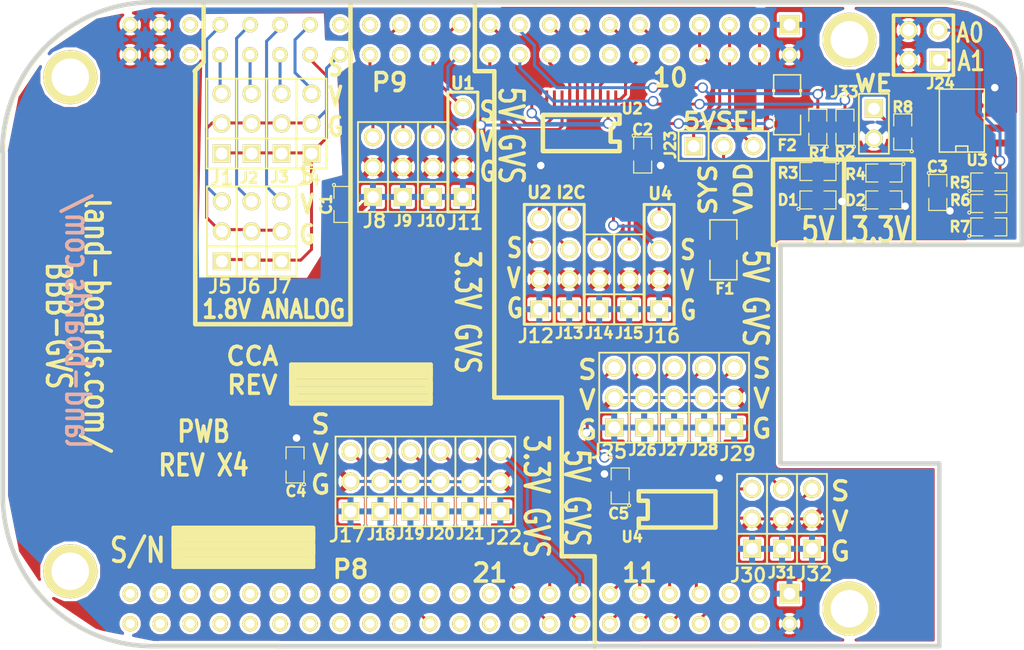
<source format=kicad_pcb>
(kicad_pcb (version 20171130) (host pcbnew "(5.1.10)-1")
  (title_block (title "Prototype cape for BeagleBone") (date "17 aug 2014") (rev 0.3) (company "Jacek Radzikowski <jacek.radzikowski@gmail.com>"))
  (layers (0 Front signal) (31 Back signal hide) (36 B.SilkS user) (37 F.SilkS user) (38 B.Mask user) (39 F.Mask user) (44 Edge.Cuts user))
  (net 0 "")
  (net 1 "/P8 Connector/EHRPWM2A")
  (net 2 "/P8 Connector/EHRPWM2B")
  (net 3 "/P8 Connector/GP0_26")
  (net 4 "/P8 Connector/GP1_12")
  (net 5 "/P8 Connector/GP1_13")
  (net 6 "/P8 Connector/GPIO0_26")
  (net 7 "/P8 Connector/GPIO0_27")
  (net 8 "/P8 Connector/GPIO1_12")
  (net 9 "/P8 Connector/GPIO1_13")
  (net 10 "/P8 Connector/GPIO1_14")
  (net 11 "/P8 Connector/GPIO1_15")
  (net 12 "/P8 Connector/GPIO1_29")
  (net 13 "/P8 Connector/GPIO2_1")
  (net 14 "/P8 Connector/PWM2B")
  (net 15 "/P8 Connector/TIM4")
  (net 16 "/P8 Connector/TIM5")
  (net 17 "/P8 Connector/TIM6")
  (net 18 "/P8 Connector/TIM7")
  (net 19 "/P8 Connector/TIMER4")
  (net 20 "/P8 Connector/TIMER5")
  (net 21 "/P8 Connector/TIMER6")
  (net 22 "/P8 Connector/TIMER7")
  (net 23 "/P9 Connector/A0")
  (net 24 "/P9 Connector/A1")
  (net 25 "/P9 Connector/A2")
  (net 26 "/P9 Connector/AIN0")
  (net 27 "/P9 Connector/AIN1")
  (net 28 "/P9 Connector/AIN2")
  (net 29 "/P9 Connector/AIN3")
  (net 30 "/P9 Connector/AIN4")
  (net 31 "/P9 Connector/AIN5")
  (net 32 "/P9 Connector/AIN6")
  (net 33 "/P9 Connector/GNDA_ADC")
  (net 34 "/P9 Connector/GP116")
  (net 35 "/P9 Connector/GP1_28")
  (net 36 "/P9 Connector/GPIO1_16")
  (net 37 "/P9 Connector/GPIO1_17")
  (net 38 "/P9 Connector/GPIO1_28")
  (net 39 "/P9 Connector/GPIO3_19")
  (net 40 "/P9 Connector/I2C1CL")
  (net 41 "/P9 Connector/I2C1SD")
  (net 42 "/P9 Connector/I2C1_SCL")
  (net 43 "/P9 Connector/I2C1_SDA")
  (net 44 "/P9 Connector/I2C2_SCL")
  (net 45 "/P9 Connector/I2C2_SDA")
  (net 46 "/P9 Connector/SPI1_D1")
  (net 47 "/P9 Connector/SYS_5V")
  (net 48 "/P9 Connector/U2RX")
  (net 49 "/P9 Connector/U2TX")
  (net 50 "/P9 Connector/U4RX")
  (net 51 "/P9 Connector/U4TX")
  (net 52 "/P9 Connector/UART1_RXD")
  (net 53 "/P9 Connector/UART1_TXD")
  (net 54 "/P9 Connector/UART2_RXD")
  (net 55 "/P9 Connector/UART2_TXD")
  (net 56 "/P9 Connector/UART4_RXD")
  (net 57 "/P9 Connector/UART4_TXD")
  (net 58 "/P9 Connector/VDD_3V3-UF")
  (net 59 "/P9 Connector/VDD_ADC")
  (net 60 GND)
  (net 61 N-0000054)
  (net 62 N-0000055)
  (net 63 N-0000056)
  (net 64 N-0000057)
  (net 65 VDD_3V3EXP)
  (net 66 VDD_5V)
  (net 67 VDD_5V-UF)
  (module SOG20 (layer Front) (at 142.748 63.754 180)
    (fp_text reference U2 (at -4.318 2.032 180) (layer F.SilkS) (effects (font (size 0.889 0.889) (thickness 0.22225))))
    (fp_text value TXB0108EPWR hide)
    (pad 11 smd rect (at 2.95 -2.8 180) (size 0.25 1.55) (layers Front F.Paste F.Mask) (net 60 GND))
    (pad 12 smd rect (at 2.275 -2.8 180) (size 0.25 1.55) (layers Front F.Paste F.Mask) (net 49 "/P9 Connector/U2TX"))
    (pad 13 smd rect (at 1.625 -2.8 180) (size 0.25 1.55) (layers Front F.Paste F.Mask) (net 48 "/P9 Connector/U2RX"))
    (pad 14 smd rect (at 0.975 -2.8 180) (size 0.25 1.55) (layers Front F.Paste F.Mask) (net 41 "/P9 Connector/I2C1SD"))
    (pad 15 smd rect (at 0.325 -2.8 180) (size 0.25 1.55) (layers Front F.Paste F.Mask) (net 40 "/P9 Connector/I2C1CL"))
    (pad 16 smd rect (at -0.325 -2.8 180) (size 0.25 1.55) (layers Front F.Paste F.Mask) (net 34 "/P9 Connector/GP116"))
    (pad 17 smd rect (at -0.975 -2.8 180) (size 0.25 1.55) (layers Front F.Paste F.Mask) (net 51 "/P9 Connector/U4TX"))
    (pad 18 smd rect (at -1.625 -2.8 180) (size 0.25 1.55) (layers Front F.Paste F.Mask) (net 35 "/P9 Connector/GP1_28"))
    (pad 19 smd rect (at -2.275 -2.8 180) (size 0.25 1.55) (layers Front F.Paste F.Mask) (net 66 VDD_5V))
    (pad 20 smd rect (at -2.925 -2.8 180) (size 0.25 1.55) (layers Front F.Paste F.Mask) (net 50 "/P9 Connector/U4RX"))
    (pad 1 smd rect (at -2.925 2.8 180) (size 0.25 1.55) (layers Front F.Paste F.Mask) (net 56 "/P9 Connector/UART4_RXD"))
    (pad 2 smd rect (at -2.275 2.8 180) (size 0.25 1.55) (layers Front F.Paste F.Mask) (net 65 VDD_3V3EXP))
    (pad 3 smd rect (at -1.625 2.8 180) (size 0.25 1.55) (layers Front F.Paste F.Mask) (net 38 "/P9 Connector/GPIO1_28"))
    (pad 4 smd rect (at -0.975 2.8 180) (size 0.25 1.55) (layers Front F.Paste F.Mask) (net 57 "/P9 Connector/UART4_TXD"))
    (pad 5 smd rect (at -0.325 2.8 180) (size 0.25 1.55) (layers Front F.Paste F.Mask) (net 36 "/P9 Connector/GPIO1_16"))
    (pad 6 smd rect (at 0.325 2.8 180) (size 0.25 1.55) (layers Front F.Paste F.Mask) (net 42 "/P9 Connector/I2C1_SCL"))
    (pad 7 smd rect (at 0.975 2.8 180) (size 0.25 1.55) (layers Front F.Paste F.Mask) (net 43 "/P9 Connector/I2C1_SDA"))
    (pad 8 smd rect (at 1.625 2.8 180) (size 0.25 1.55) (layers Front F.Paste F.Mask) (net 54 "/P9 Connector/UART2_RXD"))
    (pad 9 smd rect (at 2.275 2.8 180) (size 0.25 1.55) (layers Front F.Paste F.Mask) (net 55 "/P9 Connector/UART2_TXD"))
    (pad 10 smd rect (at 2.925 2.8 180) (size 0.25 1.55) (layers Front F.Paste F.Mask) (net 65 VDD_3V3EXP))
  )
  (module SOG20 (layer Front) (at 150.876 95.758)
    (fp_text reference U4 (at -3.81 2.286) (layer F.SilkS) (effects (font (size 0.889 0.889) (thickness 0.22225))))
    (fp_text value TXS0108EPWR hide)
    (pad 11 smd rect (at 2.95 -2.8) (size 0.25 1.55) (layers Front F.Paste F.Mask) (net 60 GND))
    (pad 12 smd rect (at 2.275 -2.8) (size 0.25 1.55) (layers Front F.Paste F.Mask) (net 18 "/P8 Connector/TIM7"))
    (pad 13 smd rect (at 1.625 -2.8) (size 0.25 1.55) (layers Front F.Paste F.Mask) (net 15 "/P8 Connector/TIM4"))
    (pad 14 smd rect (at 0.975 -2.8) (size 0.25 1.55) (layers Front F.Paste F.Mask) (net 17 "/P8 Connector/TIM6"))
    (pad 15 smd rect (at 0.325 -2.8) (size 0.25 1.55) (layers Front F.Paste F.Mask) (net 16 "/P8 Connector/TIM5"))
    (pad 16 smd rect (at -0.325 -2.8) (size 0.25 1.55) (layers Front F.Paste F.Mask) (net 4 "/P8 Connector/GP1_12"))
    (pad 17 smd rect (at -0.975 -2.8) (size 0.25 1.55) (layers Front F.Paste F.Mask) (net 5 "/P8 Connector/GP1_13"))
    (pad 18 smd rect (at -1.625 -2.8) (size 0.25 1.55) (layers Front F.Paste F.Mask) (net 3 "/P8 Connector/GP0_26"))
    (pad 19 smd rect (at -2.275 -2.8) (size 0.25 1.55) (layers Front F.Paste F.Mask) (net 66 VDD_5V))
    (pad 20 smd rect (at -2.925 -2.8) (size 0.25 1.55) (layers Front F.Paste F.Mask) (net 14 "/P8 Connector/PWM2B"))
    (pad 1 smd rect (at -2.925 2.8) (size 0.25 1.55) (layers Front F.Paste F.Mask) (net 2 "/P8 Connector/EHRPWM2B"))
    (pad 2 smd rect (at -2.275 2.8) (size 0.25 1.55) (layers Front F.Paste F.Mask) (net 65 VDD_3V3EXP))
    (pad 3 smd rect (at -1.625 2.8) (size 0.25 1.55) (layers Front F.Paste F.Mask) (net 6 "/P8 Connector/GPIO0_26"))
    (pad 4 smd rect (at -0.975 2.8) (size 0.25 1.55) (layers Front F.Paste F.Mask) (net 9 "/P8 Connector/GPIO1_13"))
    (pad 5 smd rect (at -0.325 2.8) (size 0.25 1.55) (layers Front F.Paste F.Mask) (net 8 "/P8 Connector/GPIO1_12"))
    (pad 6 smd rect (at 0.325 2.8) (size 0.25 1.55) (layers Front F.Paste F.Mask) (net 20 "/P8 Connector/TIMER5"))
    (pad 7 smd rect (at 0.975 2.8) (size 0.25 1.55) (layers Front F.Paste F.Mask) (net 21 "/P8 Connector/TIMER6"))
    (pad 8 smd rect (at 1.625 2.8) (size 0.25 1.55) (layers Front F.Paste F.Mask) (net 19 "/P8 Connector/TIMER4"))
    (pad 9 smd rect (at 2.275 2.8) (size 0.25 1.55) (layers Front F.Paste F.Mask) (net 22 "/P8 Connector/TIMER7"))
    (pad 10 smd rect (at 2.925 2.8) (size 0.25 1.55) (layers Front F.Paste F.Mask) (net 65 VDD_3V3EXP))
  )
  (module SM1206 (layer Front) (at 154.8 73.7 90)
    (fp_text reference F1 (at -3.302 0.127 180) (layer F.SilkS) (effects (font (size 0.889 0.889) (thickness 0.22225))))
    (fp_text value FUSE hide)
    (pad 1 smd rect (at -1.651 0 90) (size 1.524 2.032) (layers Front F.Paste F.Mask) (net 66 VDD_5V))
    (pad 2 smd rect (at 1.651 0 90) (size 1.524 2.032) (layers Front F.Paste F.Mask) (net 62 N-0000055))
  )
  (module SM0805 (layer Front) (at 172.974 68.834 270)
    (fp_text reference C3 (at -2.1844 0.03556) (layer F.SilkS) (effects (font (size 0.889 0.889) (thickness 0.22225))))
    (fp_text value u1 hide)
    (pad 1 smd rect (at -0.9525 0 270) (size 0.889 1.397) (layers Front F.Paste F.Mask) (net 65 VDD_3V3EXP))
    (pad 2 smd rect (at 0.9525 0 270) (size 0.889 1.397) (layers Front F.Paste F.Mask) (net 60 GND))
  )
  (module SM0805 (layer Front) (at 146.05 93.726 90)
    (fp_text reference C5 (at -2.3495 -0.127 180) (layer F.SilkS) (effects (font (size 0.889 0.889) (thickness 0.22225))))
    (fp_text value 104 hide)
    (pad 1 smd rect (at -0.9525 0 90) (size 0.889 1.397) (layers Front F.Paste F.Mask) (net 66 VDD_5V))
    (pad 2 smd rect (at 0.9525 0 90) (size 0.889 1.397) (layers Front F.Paste F.Mask) (net 60 GND))
  )
  (module SM0805 (layer Front) (at 147.955 65.659 270)
    (fp_text reference C2 (at -2.159 0) (layer F.SilkS) (effects (font (size 0.889 0.889) (thickness 0.22225))))
    (fp_text value 104 hide)
    (pad 1 smd rect (at -0.9525 0 270) (size 0.889 1.397) (layers Front F.Paste F.Mask) (net 66 VDD_5V))
    (pad 2 smd rect (at 0.9525 0 270) (size 0.889 1.397) (layers Front F.Paste F.Mask) (net 60 GND))
  )
  (module SM0805 (layer Front) (at 118.491 91.948 90)
    (fp_text reference C4 (at -2.2352 0.0762 180) (layer F.SilkS) (effects (font (size 0.889 0.889) (thickness 0.22225))))
    (fp_text value 104 hide)
    (pad 1 smd rect (at -0.9525 0 90) (size 0.889 1.397) (layers Front F.Paste F.Mask) (net 65 VDD_3V3EXP))
    (pad 2 smd rect (at 0.9525 0 90) (size 0.889 1.397) (layers Front F.Paste F.Mask) (net 60 GND))
  )
  (module SM0805 (layer Front) (at 122.555 69.85 270)
    (fp_text reference C1 (at 0 1.4224 270) (layer F.SilkS) (effects (font (size 0.889 0.889) (thickness 0.22225))))
    (fp_text value 104 hide)
    (pad 1 smd rect (at -0.9525 0 270) (size 0.889 1.397) (layers Front F.Paste F.Mask) (net 65 VDD_3V3EXP))
    (pad 2 smd rect (at 0.9525 0 270) (size 0.889 1.397) (layers Front F.Paste F.Mask) (net 60 GND))
  )
  (module SM0805 (layer Front) (at 162.814 69.469)
    (fp_text reference D1 (at -2.54 0) (layer F.SilkS) (effects (font (size 0.889 0.889) (thickness 0.22225))))
    (fp_text value LED hide)
    (pad 1 smd rect (at -0.9525 0) (size 0.889 1.397) (layers Front F.Paste F.Mask) (net 64 N-0000057))
    (pad 2 smd rect (at 0.9525 0) (size 0.889 1.397) (layers Front F.Paste F.Mask) (net 60 GND))
  )
  (module SM0805 (layer Front) (at 162.814 67.056 180)
    (fp_text reference R3 (at 2.54 -0.127 180) (layer F.SilkS) (effects (font (size 0.889 0.889) (thickness 0.22225))))
    (fp_text value 330 hide)
    (pad 1 smd rect (at -0.9525 0 180) (size 0.889 1.397) (layers Front F.Paste F.Mask) (net 66 VDD_5V))
    (pad 2 smd rect (at 0.9525 0 180) (size 0.889 1.397) (layers Front F.Paste F.Mask) (net 64 N-0000057))
  )
  (module SM0805 (layer Front) (at 165.1 63.3 90)
    (fp_text reference R2 (at -2.1 0 180) (layer F.SilkS) (effects (font (size 0.889 0.889) (thickness 0.22225))))
    (fp_text value 5.6K hide)
    (pad 1 smd rect (at -0.9525 0 90) (size 0.889 1.397) (layers Front F.Paste F.Mask) (net 65 VDD_3V3EXP))
    (pad 2 smd rect (at 0.9525 0 90) (size 0.889 1.397) (layers Front F.Paste F.Mask) (net 45 "/P9 Connector/I2C2_SDA"))
  )
  (module SM0805 (layer Front) (at 162.8 63.3 90)
    (fp_text reference R1 (at -2.2 0.1 180) (layer F.SilkS) (effects (font (size 0.889 0.889) (thickness 0.22225))))
    (fp_text value 5.6K hide)
    (pad 1 smd rect (at -0.9525 0 90) (size 0.889 1.397) (layers Front F.Paste F.Mask) (net 65 VDD_3V3EXP))
    (pad 2 smd rect (at 0.9525 0 90) (size 0.889 1.397) (layers Front F.Paste F.Mask) (net 44 "/P9 Connector/I2C2_SCL"))
  )
  (module SM0805 (layer Front) (at 177.292 69.7738)
    (fp_text reference R6 (at -2.413 -0.2794) (layer F.SilkS) (effects (font (size 0.889 0.889) (thickness 0.22225))))
    (fp_text value 5.6K hide)
    (pad 1 smd rect (at -0.9525 0) (size 0.889 1.397) (layers Front F.Paste F.Mask) (net 65 VDD_3V3EXP))
    (pad 2 smd rect (at 0.9525 0) (size 0.889 1.397) (layers Front F.Paste F.Mask) (net 25 "/P9 Connector/A2"))
  )
  (module SM0805 (layer Front) (at 177.292 71.755)
    (fp_text reference R7 (at -2.44856 -0.01016) (layer F.SilkS) (effects (font (size 0.889 0.889) (thickness 0.22225))))
    (fp_text value 5.6K hide)
    (pad 1 smd rect (at -0.9525 0) (size 0.889 1.397) (layers Front F.Paste F.Mask) (net 65 VDD_3V3EXP))
    (pad 2 smd rect (at 0.9525 0) (size 0.889 1.397) (layers Front F.Paste F.Mask) (net 24 "/P9 Connector/A1"))
  )
  (module SM0805 (layer Front) (at 177.292 67.945)
    (fp_text reference R5 (at -2.44856 0.06604) (layer F.SilkS) (effects (font (size 0.889 0.889) (thickness 0.22225))))
    (fp_text value 5.6K hide)
    (pad 1 smd rect (at -0.9525 0) (size 0.889 1.397) (layers Front F.Paste F.Mask) (net 65 VDD_3V3EXP))
    (pad 2 smd rect (at 0.9525 0) (size 0.889 1.397) (layers Front F.Paste F.Mask) (net 23 "/P9 Connector/A0"))
  )
  (module PIN_ARRAY_4x1 (layer Front) (at 141.732 74.93 90)
    (fp_text reference J13 (at -5.842 0 180) (layer F.SilkS) (effects (font (size 0.889 0.889) (thickness 0.22225))))
    (fp_text value CONN_4 hide)
    (pad 1 thru_hole rect (at -3.81 0 90) (size 1.524 1.524) (drill 1.016) (layers *.Cu *.Mask F.SilkS) (net 60 GND))
    (pad 2 thru_hole circle (at -1.27 0 90) (size 1.524 1.524) (drill 1.016) (layers *.Cu *.Mask F.SilkS) (net 66 VDD_5V))
    (pad 3 thru_hole circle (at 1.27 0 90) (size 1.524 1.524) (drill 1.016) (layers *.Cu *.Mask F.SilkS) (net 41 "/P9 Connector/I2C1SD"))
    (pad 4 thru_hole circle (at 3.81 0 90) (size 1.524 1.524) (drill 1.016) (layers *.Cu *.Mask F.SilkS) (net 40 "/P9 Connector/I2C1CL"))
  )
  (module PIN_ARRAY_4x1 (layer Front) (at 132.715 65.405 90)
    (fp_text reference J11 (at -5.995 0.185 180) (layer F.SilkS) (effects (font (size 1.143 1.143) (thickness 0.22225))))
    (fp_text value CONN_4 hide)
    (pad 1 thru_hole rect (at -3.81 0 90) (size 1.524 1.524) (drill 1.016) (layers *.Cu *.Mask F.SilkS) (net 60 GND))
    (pad 2 thru_hole circle (at -1.27 0 90) (size 1.524 1.524) (drill 1.016) (layers *.Cu *.Mask F.SilkS) (net 65 VDD_3V3EXP))
    (pad 3 thru_hole circle (at 1.27 0 90) (size 1.524 1.524) (drill 1.016) (layers *.Cu *.Mask F.SilkS) (net 53 "/P9 Connector/UART1_TXD"))
    (pad 4 thru_hole circle (at 3.81 0 90) (size 1.524 1.524) (drill 1.016) (layers *.Cu *.Mask F.SilkS) (net 52 "/P9 Connector/UART1_RXD"))
  )
  (module PIN_ARRAY_4x1 (layer Front) (at 149.352 74.93 90)
    (fp_text reference J16 (at -6.07 0.248 180) (layer F.SilkS) (effects (font (size 1.143 1.143) (thickness 0.22225))))
    (fp_text value CONN_4 hide)
    (pad 1 thru_hole rect (at -3.81 0 90) (size 1.524 1.524) (drill 1.016) (layers *.Cu *.Mask F.SilkS) (net 60 GND))
    (pad 2 thru_hole circle (at -1.27 0 90) (size 1.524 1.524) (drill 1.016) (layers *.Cu *.Mask F.SilkS) (net 66 VDD_5V))
    (pad 3 thru_hole circle (at 1.27 0 90) (size 1.524 1.524) (drill 1.016) (layers *.Cu *.Mask F.SilkS) (net 51 "/P9 Connector/U4TX"))
    (pad 4 thru_hole circle (at 3.81 0 90) (size 1.524 1.524) (drill 1.016) (layers *.Cu *.Mask F.SilkS) (net 50 "/P9 Connector/U4RX"))
  )
  (module PIN_ARRAY_4x1 (layer Front) (at 139.192 74.93 90)
    (fp_text reference J12 (at -6.07 -0.292 180) (layer F.SilkS) (effects (font (size 1.143 1.143) (thickness 0.22225))))
    (fp_text value CONN_4 hide)
    (pad 1 thru_hole rect (at -3.81 0 90) (size 1.524 1.524) (drill 1.016) (layers *.Cu *.Mask F.SilkS) (net 60 GND))
    (pad 2 thru_hole circle (at -1.27 0 90) (size 1.524 1.524) (drill 1.016) (layers *.Cu *.Mask F.SilkS) (net 66 VDD_5V))
    (pad 3 thru_hole circle (at 1.27 0 90) (size 1.524 1.524) (drill 1.016) (layers *.Cu *.Mask F.SilkS) (net 49 "/P9 Connector/U2TX"))
    (pad 4 thru_hole circle (at 3.81 0 90) (size 1.524 1.524) (drill 1.016) (layers *.Cu *.Mask F.SilkS) (net 48 "/P9 Connector/U2RX"))
  )
  (module PIN_ARRAY_3X1 (layer Front) (at 146.812 76.2 90)
    (fp_text reference J15 (at -4.572 0 180) (layer F.SilkS) (effects (font (size 0.889 0.889) (thickness 0.22225))))
    (fp_text value CONN_3 hide)
    (pad 1 thru_hole rect (at -2.54 0 90) (size 1.524 1.524) (drill 1.016) (layers *.Cu *.Mask F.SilkS) (net 60 GND))
    (pad 2 thru_hole circle (at 0 0 90) (size 1.524 1.524) (drill 1.016) (layers *.Cu *.Mask F.SilkS) (net 66 VDD_5V))
    (pad 3 thru_hole circle (at 2.54 0 90) (size 1.524 1.524) (drill 1.016) (layers *.Cu *.Mask F.SilkS) (net 35 "/P9 Connector/GP1_28"))
  )
  (module PIN_ARRAY_3X1 (layer Front) (at 153.162 86.233 90)
    (fp_text reference J28 (at -4.445 0 180) (layer F.SilkS) (effects (font (size 0.889 0.889) (thickness 0.22225))))
    (fp_text value CONN_3 hide)
    (pad 1 thru_hole rect (at -2.54 0 90) (size 1.524 1.524) (drill 1.016) (layers *.Cu *.Mask F.SilkS) (net 60 GND))
    (pad 2 thru_hole circle (at 0 0 90) (size 1.524 1.524) (drill 1.016) (layers *.Cu *.Mask F.SilkS) (net 66 VDD_5V))
    (pad 3 thru_hole circle (at 2.54 0 90) (size 1.524 1.524) (drill 1.016) (layers *.Cu *.Mask F.SilkS) (net 4 "/P8 Connector/GP1_12"))
  )
  (module PIN_ARRAY_3X1 (layer Front) (at 155.702 86.233 90)
    (fp_text reference J29 (at -4.767 0.298 180) (layer F.SilkS) (effects (font (size 1.143 1.143) (thickness 0.22225))))
    (fp_text value CONN_3 hide)
    (pad 1 thru_hole rect (at -2.54 0 90) (size 1.524 1.524) (drill 1.016) (layers *.Cu *.Mask F.SilkS) (net 60 GND))
    (pad 2 thru_hole circle (at 0 0 90) (size 1.524 1.524) (drill 1.016) (layers *.Cu *.Mask F.SilkS) (net 66 VDD_5V))
    (pad 3 thru_hole circle (at 2.54 0 90) (size 1.524 1.524) (drill 1.016) (layers *.Cu *.Mask F.SilkS) (net 16 "/P8 Connector/TIM5"))
  )
  (module PIN_ARRAY_3X1 (layer Front) (at 162.306 96.52 90)
    (fp_text reference J32 (at -4.68 0.194 180) (layer F.SilkS) (effects (font (size 1.143 1.143) (thickness 0.22225))))
    (fp_text value CONN_3 hide)
    (pad 1 thru_hole rect (at -2.54 0 90) (size 1.524 1.524) (drill 1.016) (layers *.Cu *.Mask F.SilkS) (net 60 GND))
    (pad 2 thru_hole circle (at 0 0 90) (size 1.524 1.524) (drill 1.016) (layers *.Cu *.Mask F.SilkS) (net 66 VDD_5V))
    (pad 3 thru_hole circle (at 2.54 0 90) (size 1.524 1.524) (drill 1.016) (layers *.Cu *.Mask F.SilkS) (net 17 "/P8 Connector/TIM6"))
  )
  (module PIN_ARRAY_3X1 (layer Front) (at 159.766 96.52 90)
    (fp_text reference J31 (at -4.572 0 180) (layer F.SilkS) (effects (font (size 0.889 0.889) (thickness 0.22225))))
    (fp_text value CONN_3 hide)
    (pad 1 thru_hole rect (at -2.54 0 90) (size 1.524 1.524) (drill 1.016) (layers *.Cu *.Mask F.SilkS) (net 60 GND))
    (pad 2 thru_hole circle (at 0 0 90) (size 1.524 1.524) (drill 1.016) (layers *.Cu *.Mask F.SilkS) (net 66 VDD_5V))
    (pad 3 thru_hole circle (at 2.54 0 90) (size 1.524 1.524) (drill 1.016) (layers *.Cu *.Mask F.SilkS) (net 15 "/P8 Connector/TIM4"))
  )
  (module PIN_ARRAY_3X1 (layer Front) (at 157.226 96.52 90)
    (fp_text reference J30 (at -4.78 -0.326 180) (layer F.SilkS) (effects (font (size 1.143 1.143) (thickness 0.22225))))
    (fp_text value CONN_3 hide)
    (pad 1 thru_hole rect (at -2.54 0 90) (size 1.524 1.524) (drill 1.016) (layers *.Cu *.Mask F.SilkS) (net 60 GND))
    (pad 2 thru_hole circle (at 0 0 90) (size 1.524 1.524) (drill 1.016) (layers *.Cu *.Mask F.SilkS) (net 66 VDD_5V))
    (pad 3 thru_hole circle (at 2.54 0 90) (size 1.524 1.524) (drill 1.016) (layers *.Cu *.Mask F.SilkS) (net 18 "/P8 Connector/TIM7"))
  )
  (module PIN_ARRAY_3X1 (layer Front) (at 123.19 93.345 90)
    (fp_text reference J17 (at -4.555 -0.29 180) (layer F.SilkS) (effects (font (size 1.143 1.143) (thickness 0.22225))))
    (fp_text value CONN_3 hide)
    (pad 1 thru_hole rect (at -2.54 0 90) (size 1.524 1.524) (drill 1.016) (layers *.Cu *.Mask F.SilkS) (net 60 GND))
    (pad 2 thru_hole circle (at 0 0 90) (size 1.524 1.524) (drill 1.016) (layers *.Cu *.Mask F.SilkS) (net 65 VDD_3V3EXP))
    (pad 3 thru_hole circle (at 2.54 0 90) (size 1.524 1.524) (drill 1.016) (layers *.Cu *.Mask F.SilkS) (net 12 "/P8 Connector/GPIO1_29"))
  )
  (module PIN_ARRAY_3X1 (layer Front) (at 125.73 93.345 90)
    (fp_text reference J18 (at -4.5085 0.0635 180) (layer F.SilkS) (effects (font (size 0.889 0.889) (thickness 0.22225))))
    (fp_text value CONN_3 hide)
    (pad 1 thru_hole rect (at -2.54 0 90) (size 1.524 1.524) (drill 1.016) (layers *.Cu *.Mask F.SilkS) (net 60 GND))
    (pad 2 thru_hole circle (at 0 0 90) (size 1.524 1.524) (drill 1.016) (layers *.Cu *.Mask F.SilkS) (net 65 VDD_3V3EXP))
    (pad 3 thru_hole circle (at 2.54 0 90) (size 1.524 1.524) (drill 1.016) (layers *.Cu *.Mask F.SilkS) (net 1 "/P8 Connector/EHRPWM2A"))
  )
  (module PIN_ARRAY_3X1 (layer Front) (at 128.27 93.345 90)
    (fp_text reference J19 (at -4.445 0 180) (layer F.SilkS) (effects (font (size 0.889 0.889) (thickness 0.22225))))
    (fp_text value CONN_3 hide)
    (pad 1 thru_hole rect (at -2.54 0 90) (size 1.524 1.524) (drill 1.016) (layers *.Cu *.Mask F.SilkS) (net 60 GND))
    (pad 2 thru_hole circle (at 0 0 90) (size 1.524 1.524) (drill 1.016) (layers *.Cu *.Mask F.SilkS) (net 65 VDD_3V3EXP))
    (pad 3 thru_hole circle (at 2.54 0 90) (size 1.524 1.524) (drill 1.016) (layers *.Cu *.Mask F.SilkS) (net 13 "/P8 Connector/GPIO2_1"))
  )
  (module PIN_ARRAY_3X1 (layer Front) (at 130.81 93.345 90)
    (fp_text reference J20 (at -4.445 0 180) (layer F.SilkS) (effects (font (size 0.889 0.889) (thickness 0.22225))))
    (fp_text value CONN_3 hide)
    (pad 1 thru_hole rect (at -2.54 0 90) (size 1.524 1.524) (drill 1.016) (layers *.Cu *.Mask F.SilkS) (net 60 GND))
    (pad 2 thru_hole circle (at 0 0 90) (size 1.524 1.524) (drill 1.016) (layers *.Cu *.Mask F.SilkS) (net 65 VDD_3V3EXP))
    (pad 3 thru_hole circle (at 2.54 0 90) (size 1.524 1.524) (drill 1.016) (layers *.Cu *.Mask F.SilkS) (net 7 "/P8 Connector/GPIO0_27"))
  )
  (module PIN_ARRAY_3X1 (layer Front) (at 133.35 93.345 90)
    (fp_text reference J21 (at -4.445 0 180) (layer F.SilkS) (effects (font (size 0.889 0.889) (thickness 0.22225))))
    (fp_text value CONN_3 hide)
    (pad 1 thru_hole rect (at -2.54 0 90) (size 1.524 1.524) (drill 1.016) (layers *.Cu *.Mask F.SilkS) (net 60 GND))
    (pad 2 thru_hole circle (at 0 0 90) (size 1.524 1.524) (drill 1.016) (layers *.Cu *.Mask F.SilkS) (net 65 VDD_3V3EXP))
    (pad 3 thru_hole circle (at 2.54 0 90) (size 1.524 1.524) (drill 1.016) (layers *.Cu *.Mask F.SilkS) (net 10 "/P8 Connector/GPIO1_14"))
  )
  (module PIN_ARRAY_3X1 (layer Front) (at 135.89 93.345 90)
    (fp_text reference J22 (at -4.755 0.31 180) (layer F.SilkS) (effects (font (size 1.143 1.143) (thickness 0.22225))))
    (fp_text value CONN_3 hide)
    (pad 1 thru_hole rect (at -2.54 0 90) (size 1.524 1.524) (drill 1.016) (layers *.Cu *.Mask F.SilkS) (net 60 GND))
    (pad 2 thru_hole circle (at 0 0 90) (size 1.524 1.524) (drill 1.016) (layers *.Cu *.Mask F.SilkS) (net 65 VDD_3V3EXP))
    (pad 3 thru_hole circle (at 2.54 0 90) (size 1.524 1.524) (drill 1.016) (layers *.Cu *.Mask F.SilkS) (net 11 "/P8 Connector/GPIO1_15"))
  )
  (module PIN_ARRAY_3X1 (layer Front) (at 112.268 62.992 90)
    (fp_text reference J1 (at -4.5974 0 180) (layer F.SilkS) (effects (font (size 1.143 1.143) (thickness 0.22225))))
    (fp_text value CONN_3 hide)
    (pad 1 thru_hole rect (at -2.54 0 90) (size 1.524 1.524) (drill 1.016) (layers *.Cu *.Mask F.SilkS) (net 33 "/P9 Connector/GNDA_ADC"))
    (pad 2 thru_hole circle (at 0 0 90) (size 1.524 1.524) (drill 1.016) (layers *.Cu *.Mask F.SilkS) (net 59 "/P9 Connector/VDD_ADC"))
    (pad 3 thru_hole circle (at 2.54 0 90) (size 1.524 1.524) (drill 1.016) (layers *.Cu *.Mask F.SilkS) (net 27 "/P9 Connector/AIN1"))
  )
  (module PIN_ARRAY_3X1 (layer Front) (at 117.348 62.992 90)
    (fp_text reference J3 (at -4.5466 -0.1524 180) (layer F.SilkS) (effects (font (size 0.889 0.889) (thickness 0.22225))))
    (fp_text value CONN_3 hide)
    (pad 1 thru_hole rect (at -2.54 0 90) (size 1.524 1.524) (drill 1.016) (layers *.Cu *.Mask F.SilkS) (net 33 "/P9 Connector/GNDA_ADC"))
    (pad 2 thru_hole circle (at 0 0 90) (size 1.524 1.524) (drill 1.016) (layers *.Cu *.Mask F.SilkS) (net 59 "/P9 Connector/VDD_ADC"))
    (pad 3 thru_hole circle (at 2.54 0 90) (size 1.524 1.524) (drill 1.016) (layers *.Cu *.Mask F.SilkS) (net 31 "/P9 Connector/AIN5"))
  )
  (module PIN_ARRAY_3X1 (layer Front) (at 112.2934 72.136 90)
    (fp_text reference J5 (at -4.6736 -0.1778 180) (layer F.SilkS) (effects (font (size 1.143 1.143) (thickness 0.22225))))
    (fp_text value CONN_3 hide)
    (pad 1 thru_hole rect (at -2.54 0 90) (size 1.524 1.524) (drill 1.016) (layers *.Cu *.Mask F.SilkS) (net 33 "/P9 Connector/GNDA_ADC"))
    (pad 2 thru_hole circle (at 0 0 90) (size 1.524 1.524) (drill 1.016) (layers *.Cu *.Mask F.SilkS) (net 59 "/P9 Connector/VDD_ADC"))
    (pad 3 thru_hole circle (at 2.54 0 90) (size 1.524 1.524) (drill 1.016) (layers *.Cu *.Mask F.SilkS) (net 26 "/P9 Connector/AIN0"))
  )
  (module PIN_ARRAY_3X1 (layer Front) (at 114.808 72.136 90)
    (fp_text reference J6 (at -4.664 -0.208 180) (layer F.SilkS) (effects (font (size 1.143 1.143) (thickness 0.22225))))
    (fp_text value CONN_3 hide)
    (pad 1 thru_hole rect (at -2.54 0 90) (size 1.524 1.524) (drill 1.016) (layers *.Cu *.Mask F.SilkS) (net 33 "/P9 Connector/GNDA_ADC"))
    (pad 2 thru_hole circle (at 0 0 90) (size 1.524 1.524) (drill 1.016) (layers *.Cu *.Mask F.SilkS) (net 59 "/P9 Connector/VDD_ADC"))
    (pad 3 thru_hole circle (at 2.54 0 90) (size 1.524 1.524) (drill 1.016) (layers *.Cu *.Mask F.SilkS) (net 28 "/P9 Connector/AIN2"))
  )
  (module PIN_ARRAY_3X1 (layer Front) (at 119.888 62.992 90)
    (fp_text reference J4 (at -4.6482 -0.2032 180) (layer F.SilkS) (effects (font (size 1.143 1.143) (thickness 0.22225))))
    (fp_text value CONN_3 hide)
    (pad 1 thru_hole rect (at -2.54 0 90) (size 1.524 1.524) (drill 1.016) (layers *.Cu *.Mask F.SilkS) (net 33 "/P9 Connector/GNDA_ADC"))
    (pad 2 thru_hole circle (at 0 0 90) (size 1.524 1.524) (drill 1.016) (layers *.Cu *.Mask F.SilkS) (net 59 "/P9 Connector/VDD_ADC"))
    (pad 3 thru_hole circle (at 2.54 0 90) (size 1.524 1.524) (drill 1.016) (layers *.Cu *.Mask F.SilkS) (net 30 "/P9 Connector/AIN4"))
  )
  (module PIN_ARRAY_3X1 (layer Front) (at 117.348 72.136 90)
    (fp_text reference J7 (at -4.664 -0.148 180) (layer F.SilkS) (effects (font (size 1.143 1.143) (thickness 0.22225))))
    (fp_text value CONN_3 hide)
    (pad 1 thru_hole rect (at -2.54 0 90) (size 1.524 1.524) (drill 1.016) (layers *.Cu *.Mask F.SilkS) (net 33 "/P9 Connector/GNDA_ADC"))
    (pad 2 thru_hole circle (at 0 0 90) (size 1.524 1.524) (drill 1.016) (layers *.Cu *.Mask F.SilkS) (net 59 "/P9 Connector/VDD_ADC"))
    (pad 3 thru_hole circle (at 2.54 0 90) (size 1.524 1.524) (drill 1.016) (layers *.Cu *.Mask F.SilkS) (net 32 "/P9 Connector/AIN6"))
  )
  (module PIN_ARRAY_3X1 (layer Front) (at 127.635 66.675 90)
    (fp_text reference J9 (at -4.572 0 180) (layer F.SilkS) (effects (font (size 0.889 0.889) (thickness 0.22225))))
    (fp_text value CONN_3 hide)
    (pad 1 thru_hole rect (at -2.54 0 90) (size 1.524 1.524) (drill 1.016) (layers *.Cu *.Mask F.SilkS) (net 60 GND))
    (pad 2 thru_hole circle (at 0 0 90) (size 1.524 1.524) (drill 1.016) (layers *.Cu *.Mask F.SilkS) (net 65 VDD_3V3EXP))
    (pad 3 thru_hole circle (at 2.54 0 90) (size 1.524 1.524) (drill 1.016) (layers *.Cu *.Mask F.SilkS) (net 39 "/P9 Connector/GPIO3_19"))
  )
  (module PIN_ARRAY_3X1 (layer Front) (at 130.175 66.675 90)
    (fp_text reference J10 (at -4.572 -0.127 180) (layer F.SilkS) (effects (font (size 0.889 0.889) (thickness 0.22225))))
    (fp_text value CONN_3 hide)
    (pad 1 thru_hole rect (at -2.54 0 90) (size 1.524 1.524) (drill 1.016) (layers *.Cu *.Mask F.SilkS) (net 60 GND))
    (pad 2 thru_hole circle (at 0 0 90) (size 1.524 1.524) (drill 1.016) (layers *.Cu *.Mask F.SilkS) (net 65 VDD_3V3EXP))
    (pad 3 thru_hole circle (at 2.54 0 90) (size 1.524 1.524) (drill 1.016) (layers *.Cu *.Mask F.SilkS) (net 37 "/P9 Connector/GPIO1_17"))
  )
  (module PIN_ARRAY_3X1 (layer Front) (at 144.272 76.2 90)
    (fp_text reference J14 (at -4.572 0 180) (layer F.SilkS) (effects (font (size 0.889 0.889) (thickness 0.22225))))
    (fp_text value CONN_3 hide)
    (pad 1 thru_hole rect (at -2.54 0 90) (size 1.524 1.524) (drill 1.016) (layers *.Cu *.Mask F.SilkS) (net 60 GND))
    (pad 2 thru_hole circle (at 0 0 90) (size 1.524 1.524) (drill 1.016) (layers *.Cu *.Mask F.SilkS) (net 66 VDD_5V))
    (pad 3 thru_hole circle (at 2.54 0 90) (size 1.524 1.524) (drill 1.016) (layers *.Cu *.Mask F.SilkS) (net 34 "/P9 Connector/GP116"))
  )
  (module PIN_ARRAY_3X1 (layer Front) (at 145.542 86.233 90)
    (fp_text reference J25 (at -4.567 -0.442 180) (layer F.SilkS) (effects (font (size 1.143 1.143) (thickness 0.22225))))
    (fp_text value CONN_3 hide)
    (pad 1 thru_hole rect (at -2.54 0 90) (size 1.524 1.524) (drill 1.016) (layers *.Cu *.Mask F.SilkS) (net 60 GND))
    (pad 2 thru_hole circle (at 0 0 90) (size 1.524 1.524) (drill 1.016) (layers *.Cu *.Mask F.SilkS) (net 66 VDD_5V))
    (pad 3 thru_hole circle (at 2.54 0 90) (size 1.524 1.524) (drill 1.016) (layers *.Cu *.Mask F.SilkS) (net 14 "/P8 Connector/PWM2B"))
  )
  (module PIN_ARRAY_3X1 (layer Front) (at 148.082 86.233 90)
    (fp_text reference J26 (at -4.445 -0.127 180) (layer F.SilkS) (effects (font (size 0.889 0.889) (thickness 0.22225))))
    (fp_text value CONN_3 hide)
    (pad 1 thru_hole rect (at -2.54 0 90) (size 1.524 1.524) (drill 1.016) (layers *.Cu *.Mask F.SilkS) (net 60 GND))
    (pad 2 thru_hole circle (at 0 0 90) (size 1.524 1.524) (drill 1.016) (layers *.Cu *.Mask F.SilkS) (net 66 VDD_5V))
    (pad 3 thru_hole circle (at 2.54 0 90) (size 1.524 1.524) (drill 1.016) (layers *.Cu *.Mask F.SilkS) (net 3 "/P8 Connector/GP0_26"))
  )
  (module PIN_ARRAY_3X1 (layer Front) (at 150.622 86.233 90)
    (fp_text reference J27 (at -4.445 -0.127 180) (layer F.SilkS) (effects (font (size 0.889 0.889) (thickness 0.22225))))
    (fp_text value CONN_3 hide)
    (pad 1 thru_hole rect (at -2.54 0 90) (size 1.524 1.524) (drill 1.016) (layers *.Cu *.Mask F.SilkS) (net 60 GND))
    (pad 2 thru_hole circle (at 0 0 90) (size 1.524 1.524) (drill 1.016) (layers *.Cu *.Mask F.SilkS) (net 66 VDD_5V))
    (pad 3 thru_hole circle (at 2.54 0 90) (size 1.524 1.524) (drill 1.016) (layers *.Cu *.Mask F.SilkS) (net 5 "/P8 Connector/GP1_13"))
  )
  (module PIN_ARRAY_3X1 (layer Front) (at 114.808 62.992 90)
    (fp_text reference J2 (at -4.5974 -0.2032 180) (layer F.SilkS) (effects (font (size 0.889 0.889) (thickness 0.22225))))
    (fp_text value CONN_3 hide)
    (pad 1 thru_hole rect (at -2.54 0 90) (size 1.524 1.524) (drill 1.016) (layers *.Cu *.Mask F.SilkS) (net 33 "/P9 Connector/GNDA_ADC"))
    (pad 2 thru_hole circle (at 0 0 90) (size 1.524 1.524) (drill 1.016) (layers *.Cu *.Mask F.SilkS) (net 59 "/P9 Connector/VDD_ADC"))
    (pad 3 thru_hole circle (at 2.54 0 90) (size 1.524 1.524) (drill 1.016) (layers *.Cu *.Mask F.SilkS) (net 29 "/P9 Connector/AIN3"))
  )
  (module PIN_ARRAY_2X2 (layer Front) (at 171.7548 56.3372 90)
    (fp_text reference J24 (at -3.2628 1.4452 180) (layer F.SilkS) (effects (font (size 0.889 0.889) (thickness 0.22225))))
    (fp_text value "ADR SEL" hide)
    (pad 1 thru_hole rect (at -1.27 1.27 90) (size 1.524 1.524) (drill 1.016) (layers *.Cu *.Mask F.SilkS) (net 24 "/P9 Connector/A1"))
    (pad 2 thru_hole circle (at -1.27 -1.27 90) (size 1.524 1.524) (drill 1.016) (layers *.Cu *.Mask F.SilkS) (net 60 GND))
    (pad 3 thru_hole circle (at 1.27 1.27 90) (size 1.524 1.524) (drill 1.016) (layers *.Cu *.Mask F.SilkS) (net 23 "/P9 Connector/A0"))
    (pad 4 thru_hole circle (at 1.27 -1.27 90) (size 1.524 1.524) (drill 1.016) (layers *.Cu *.Mask F.SilkS) (net 60 GND))
  )
  (module REV_BLOCK (layer Front) (at 114.554 98.806 180)
    (fp_text reference COUP2 hide)
    (fp_text value COUPON hide)
  )
  (module REV_BLOCK (layer Front) (at 124.5235 84.963 180)
    (fp_text reference COUP1 hide)
    (fp_text value COUPON hide)
  )
  (module FIDUCIAL (layer Front) (at 169.164 99.822)
    (fp_text reference FID2 hide)
    (fp_text value CONN_1 hide)
    (pad 1 smd circle (at 0 0) (size 1 1) (layers Front F.Paste F.Mask) (clearance 1))
  )
  (module FIDUCIAL (layer Front) (at 104.394 61.849)
    (fp_text reference FID1 hide)
    (fp_text value CONN_1 hide)
    (pad 1 smd circle (at 0 0) (size 1 1) (layers Front F.Paste F.Mask) (clearance 1))
  )
  (module PIN_ARRAY_3X1 (layer Front) (at 125.095 66.675 90)
    (fp_text reference J8 (at -4.572 0.127 180) (layer F.SilkS) (effects (font (size 1.143 1.143) (thickness 0.22225))))
    (fp_text value CONN_3 hide)
    (pad 1 thru_hole rect (at -2.54 0 90) (size 1.524 1.524) (drill 1.016) (layers *.Cu *.Mask F.SilkS) (net 60 GND))
    (pad 2 thru_hole circle (at 0 0 90) (size 1.524 1.524) (drill 1.016) (layers *.Cu *.Mask F.SilkS) (net 65 VDD_3V3EXP))
    (pad 3 thru_hole circle (at 2.54 0 90) (size 1.524 1.524) (drill 1.016) (layers *.Cu *.Mask F.SilkS) (net 46 "/P9 Connector/SPI1_D1"))
  )
  (module PIN_ARRAY_3X1 (layer Front) (at 154.813 64.897)
    (fp_text reference J23 (at -4.513 -0.097 90) (layer F.SilkS) (effects (font (size 0.889 0.889) (thickness 0.22225))))
    (fp_text value CONN_3 hide)
    (pad 1 thru_hole rect (at -2.54 0) (size 1.524 1.524) (drill 1.016) (layers *.Cu *.Mask F.SilkS) (net 47 "/P9 Connector/SYS_5V"))
    (pad 2 thru_hole circle (at 0 0) (size 1.524 1.524) (drill 1.016) (layers *.Cu *.Mask F.SilkS) (net 62 N-0000055))
    (pad 3 thru_hole circle (at 2.54 0) (size 1.524 1.524) (drill 1.016) (layers *.Cu *.Mask F.SilkS) (net 67 VDD_5V-UF))
  )
  (module SM1206 (layer Front) (at 160.2 61.4 90)
    (fp_text reference F2 (at -3.429 0 180) (layer F.SilkS) (effects (font (size 0.889 0.889) (thickness 0.22225))))
    (fp_text value FUSE hide)
    (pad 1 smd rect (at -1.651 0 90) (size 1.524 2.032) (layers Front F.Paste F.Mask) (net 65 VDD_3V3EXP))
    (pad 2 smd rect (at 1.651 0 90) (size 1.524 2.032) (layers Front F.Paste F.Mask) (net 58 "/P9 Connector/VDD_3V3-UF"))
  )
  (module BEAGLEBONE (layer Front) (at 136.906 80.01)
    (fp_text reference BRD1 hide)
    (fp_text value BEAGLEBONE hide)
    (pad M1 thru_hole circle (at -37.465 -20.955) (size 4.572 4.572) (drill 3.175) (layers *.Cu *.Mask F.SilkS))
    (pad M2 thru_hole circle (at 28.575 -24.13) (size 4.572 4.572) (drill 3.175) (layers *.Cu *.Mask F.SilkS))
    (pad M3 thru_hole circle (at 28.575 24.13) (size 4.572 4.572) (drill 3.175) (layers *.Cu *.Mask F.SilkS))
    (pad M4 thru_hole circle (at -37.465 20.955) (size 4.572 4.572) (drill 3.175) (layers *.Cu *.Mask F.SilkS))
    (pad C1 thru_hole rect (at 23.495 -25.4) (size 1.651 1.651) (drill 1.016) (layers *.Cu *.Mask F.SilkS) (net 60 GND))
    (pad C2 thru_hole circle (at 23.495 -22.86) (size 1.30048 1.30048) (drill 0.8001) (layers *.Cu *.Mask F.SilkS) (net 60 GND))
    (pad C3 thru_hole circle (at 20.955 -25.4) (size 1.30048 1.30048) (drill 0.8001) (layers *.Cu *.Mask F.SilkS) (net 58 "/P9 Connector/VDD_3V3-UF"))
    (pad C4 thru_hole circle (at 20.955 -22.86) (size 1.30048 1.30048) (drill 0.8001) (layers *.Cu *.Mask F.SilkS) (net 58 "/P9 Connector/VDD_3V3-UF"))
    (pad C5 thru_hole circle (at 18.415 -25.4) (size 1.30048 1.30048) (drill 0.8001) (layers *.Cu *.Mask F.SilkS) (net 67 VDD_5V-UF))
    (pad C6 thru_hole circle (at 18.415 -22.86) (size 1.30048 1.30048) (drill 0.8001) (layers *.Cu *.Mask F.SilkS) (net 67 VDD_5V-UF))
    (pad C7 thru_hole circle (at 15.875 -25.4) (size 1.30048 1.30048) (drill 0.8001) (layers *.Cu *.Mask F.SilkS) (net 47 "/P9 Connector/SYS_5V"))
    (pad C8 thru_hole circle (at 15.875 -22.86) (size 1.30048 1.30048) (drill 0.8001) (layers *.Cu *.Mask F.SilkS) (net 47 "/P9 Connector/SYS_5V"))
    (pad C9 thru_hole circle (at 13.335 -25.4) (size 1.30048 1.30048) (drill 0.8001) (layers *.Cu *.Mask F.SilkS))
    (pad C10 thru_hole circle (at 13.335 -22.86) (size 1.30048 1.30048) (drill 0.8001) (layers *.Cu *.Mask F.SilkS))
    (pad C11 thru_hole circle (at 10.795 -25.4) (size 1.30048 1.30048) (drill 0.8001) (layers *.Cu *.Mask F.SilkS) (net 56 "/P9 Connector/UART4_RXD"))
    (pad C12 thru_hole circle (at 10.795 -22.86) (size 1.30048 1.30048) (drill 0.8001) (layers *.Cu *.Mask F.SilkS) (net 38 "/P9 Connector/GPIO1_28"))
    (pad C13 thru_hole circle (at 8.255 -25.4) (size 1.30048 1.30048) (drill 0.8001) (layers *.Cu *.Mask F.SilkS) (net 57 "/P9 Connector/UART4_TXD"))
    (pad C14 thru_hole circle (at 8.255 -22.86) (size 1.30048 1.30048) (drill 0.8001) (layers *.Cu *.Mask F.SilkS))
    (pad C15 thru_hole circle (at 5.715 -25.4) (size 1.30048 1.30048) (drill 0.8001) (layers *.Cu *.Mask F.SilkS) (net 36 "/P9 Connector/GPIO1_16"))
    (pad C16 thru_hole circle (at 5.715 -22.86) (size 1.30048 1.30048) (drill 0.8001) (layers *.Cu *.Mask F.SilkS))
    (pad C17 thru_hole circle (at 3.175 -25.4) (size 1.30048 1.30048) (drill 0.8001) (layers *.Cu *.Mask F.SilkS) (net 42 "/P9 Connector/I2C1_SCL"))
    (pad C18 thru_hole circle (at 3.175 -22.86) (size 1.30048 1.30048) (drill 0.8001) (layers *.Cu *.Mask F.SilkS) (net 43 "/P9 Connector/I2C1_SDA"))
    (pad C19 thru_hole circle (at 0.635 -25.4) (size 1.30048 1.30048) (drill 0.8001) (layers *.Cu *.Mask F.SilkS) (net 44 "/P9 Connector/I2C2_SCL"))
    (pad C20 thru_hole circle (at 0.635 -22.86) (size 1.30048 1.30048) (drill 0.8001) (layers *.Cu *.Mask F.SilkS) (net 45 "/P9 Connector/I2C2_SDA"))
    (pad C21 thru_hole circle (at -1.905 -25.4) (size 1.30048 1.30048) (drill 0.8001) (layers *.Cu *.Mask F.SilkS) (net 55 "/P9 Connector/UART2_TXD"))
    (pad C22 thru_hole circle (at -1.905 -22.86) (size 1.30048 1.30048) (drill 0.8001) (layers *.Cu *.Mask F.SilkS) (net 54 "/P9 Connector/UART2_RXD"))
    (pad C23 thru_hole circle (at -4.445 -25.4) (size 1.30048 1.30048) (drill 0.8001) (layers *.Cu *.Mask F.SilkS) (net 37 "/P9 Connector/GPIO1_17"))
    (pad C24 thru_hole circle (at -4.445 -22.86) (size 1.30048 1.30048) (drill 0.8001) (layers *.Cu *.Mask F.SilkS) (net 53 "/P9 Connector/UART1_TXD"))
    (pad C25 thru_hole circle (at -6.985 -25.4) (size 1.30048 1.30048) (drill 0.8001) (layers *.Cu *.Mask F.SilkS))
    (pad C26 thru_hole circle (at -6.985 -22.86) (size 1.30048 1.30048) (drill 0.8001) (layers *.Cu *.Mask F.SilkS) (net 52 "/P9 Connector/UART1_RXD"))
    (pad C27 thru_hole circle (at -9.525 -25.4) (size 1.30048 1.30048) (drill 0.8001) (layers *.Cu *.Mask F.SilkS) (net 39 "/P9 Connector/GPIO3_19"))
    (pad C28 thru_hole circle (at -9.525 -22.86) (size 1.30048 1.30048) (drill 0.8001) (layers *.Cu *.Mask F.SilkS))
    (pad C29 thru_hole circle (at -12.065 -25.4) (size 1.30048 1.30048) (drill 0.8001) (layers *.Cu *.Mask F.SilkS))
    (pad C30 thru_hole circle (at -12.065 -22.86) (size 1.30048 1.30048) (drill 0.8001) (layers *.Cu *.Mask F.SilkS) (net 46 "/P9 Connector/SPI1_D1"))
    (pad C31 thru_hole circle (at -14.605 -25.4) (size 1.30048 1.30048) (drill 0.8001) (layers *.Cu *.Mask F.SilkS))
    (pad C32 thru_hole circle (at -14.605 -22.86) (size 1.30048 1.30048) (drill 0.8001) (layers *.Cu *.Mask F.SilkS) (net 59 "/P9 Connector/VDD_ADC"))
    (pad C33 thru_hole circle (at -17.145 -25.4) (size 1.30048 1.30048) (drill 0.8001) (layers *.Cu *.Mask F.SilkS) (net 30 "/P9 Connector/AIN4"))
    (pad C34 thru_hole circle (at -17.145 -22.86) (size 1.30048 1.30048) (drill 0.8001) (layers *.Cu *.Mask F.SilkS) (net 33 "/P9 Connector/GNDA_ADC"))
    (pad C35 thru_hole circle (at -19.685 -25.4) (size 1.30048 1.30048) (drill 0.8001) (layers *.Cu *.Mask F.SilkS) (net 32 "/P9 Connector/AIN6"))
    (pad C36 thru_hole circle (at -19.685 -22.86) (size 1.30048 1.30048) (drill 0.8001) (layers *.Cu *.Mask F.SilkS) (net 31 "/P9 Connector/AIN5"))
    (pad C37 thru_hole circle (at -22.225 -25.4) (size 1.30048 1.30048) (drill 0.8001) (layers *.Cu *.Mask F.SilkS) (net 28 "/P9 Connector/AIN2"))
    (pad C38 thru_hole circle (at -22.225 -22.86) (size 1.30048 1.30048) (drill 0.8001) (layers *.Cu *.Mask F.SilkS) (net 29 "/P9 Connector/AIN3"))
    (pad C39 thru_hole circle (at -24.765 -25.4) (size 1.30048 1.30048) (drill 0.8001) (layers *.Cu *.Mask F.SilkS) (net 26 "/P9 Connector/AIN0"))
    (pad C40 thru_hole circle (at -24.765 -22.86) (size 1.30048 1.30048) (drill 0.8001) (layers *.Cu *.Mask F.SilkS) (net 27 "/P9 Connector/AIN1"))
    (pad C41 thru_hole circle (at -27.305 -25.4) (size 1.30048 1.30048) (drill 0.8001) (layers *.Cu *.Mask F.SilkS))
    (pad C42 thru_hole circle (at -27.305 -22.86) (size 1.30048 1.30048) (drill 0.8001) (layers *.Cu *.Mask F.SilkS))
    (pad C43 thru_hole circle (at -29.845 -25.4) (size 1.30048 1.30048) (drill 0.8001) (layers *.Cu *.Mask F.SilkS) (net 60 GND))
    (pad C44 thru_hole circle (at -29.845 -22.86) (size 1.30048 1.30048) (drill 0.8001) (layers *.Cu *.Mask F.SilkS) (net 60 GND))
    (pad C45 thru_hole circle (at -32.385 -25.4) (size 1.30048 1.30048) (drill 0.8001) (layers *.Cu *.Mask F.SilkS) (net 60 GND))
    (pad C46 thru_hole circle (at -32.385 -22.86) (size 1.30048 1.30048) (drill 0.8001) (layers *.Cu *.Mask F.SilkS) (net 60 GND))
    (pad B1 thru_hole rect (at 23.495 22.86) (size 1.651 1.651) (drill 1.016) (layers *.Cu *.Mask F.SilkS) (net 60 GND))
    (pad B2 thru_hole circle (at 23.495 25.4) (size 1.30048 1.30048) (drill 0.8001) (layers *.Cu *.Mask F.SilkS) (net 60 GND))
    (pad B3 thru_hole circle (at 20.955 22.86) (size 1.30048 1.30048) (drill 0.8001) (layers *.Cu *.Mask F.SilkS))
    (pad B4 thru_hole circle (at 20.955 25.4) (size 1.30048 1.30048) (drill 0.8001) (layers *.Cu *.Mask F.SilkS))
    (pad B5 thru_hole circle (at 18.415 22.86) (size 1.30048 1.30048) (drill 0.8001) (layers *.Cu *.Mask F.SilkS))
    (pad B6 thru_hole circle (at 18.415 25.4) (size 1.30048 1.30048) (drill 0.8001) (layers *.Cu *.Mask F.SilkS))
    (pad B7 thru_hole circle (at 15.875 22.86) (size 1.30048 1.30048) (drill 0.8001) (layers *.Cu *.Mask F.SilkS) (net 19 "/P8 Connector/TIMER4"))
    (pad B8 thru_hole circle (at 15.875 25.4) (size 1.30048 1.30048) (drill 0.8001) (layers *.Cu *.Mask F.SilkS) (net 22 "/P8 Connector/TIMER7"))
    (pad B9 thru_hole circle (at 13.335 22.86) (size 1.30048 1.30048) (drill 0.8001) (layers *.Cu *.Mask F.SilkS) (net 20 "/P8 Connector/TIMER5"))
    (pad B10 thru_hole circle (at 13.335 25.4) (size 1.30048 1.30048) (drill 0.8001) (layers *.Cu *.Mask F.SilkS) (net 21 "/P8 Connector/TIMER6"))
    (pad B11 thru_hole circle (at 10.795 22.86) (size 1.30048 1.30048) (drill 0.8001) (layers *.Cu *.Mask F.SilkS) (net 9 "/P8 Connector/GPIO1_13"))
    (pad B12 thru_hole circle (at 10.795 25.4) (size 1.30048 1.30048) (drill 0.8001) (layers *.Cu *.Mask F.SilkS) (net 8 "/P8 Connector/GPIO1_12"))
    (pad B13 thru_hole circle (at 8.255 22.86) (size 1.30048 1.30048) (drill 0.8001) (layers *.Cu *.Mask F.SilkS) (net 2 "/P8 Connector/EHRPWM2B"))
    (pad B14 thru_hole circle (at 8.255 25.4) (size 1.30048 1.30048) (drill 0.8001) (layers *.Cu *.Mask F.SilkS) (net 6 "/P8 Connector/GPIO0_26"))
    (pad B15 thru_hole circle (at 5.715 22.86) (size 1.30048 1.30048) (drill 0.8001) (layers *.Cu *.Mask F.SilkS) (net 11 "/P8 Connector/GPIO1_15"))
    (pad B16 thru_hole circle (at 5.715 25.4) (size 1.30048 1.30048) (drill 0.8001) (layers *.Cu *.Mask F.SilkS) (net 10 "/P8 Connector/GPIO1_14"))
    (pad B17 thru_hole circle (at 3.175 22.86) (size 1.30048 1.30048) (drill 0.8001) (layers *.Cu *.Mask F.SilkS) (net 7 "/P8 Connector/GPIO0_27"))
    (pad B18 thru_hole circle (at 3.175 25.4) (size 1.30048 1.30048) (drill 0.8001) (layers *.Cu *.Mask F.SilkS) (net 13 "/P8 Connector/GPIO2_1"))
    (pad B19 thru_hole circle (at 0.635 22.86) (size 1.30048 1.30048) (drill 0.8001) (layers *.Cu *.Mask F.SilkS) (net 1 "/P8 Connector/EHRPWM2A"))
    (pad B20 thru_hole circle (at 0.635 25.4) (size 1.30048 1.30048) (drill 0.8001) (layers *.Cu *.Mask F.SilkS))
    (pad B21 thru_hole circle (at -1.905 22.86) (size 1.30048 1.30048) (drill 0.8001) (layers *.Cu *.Mask F.SilkS))
    (pad B22 thru_hole circle (at -1.905 25.4) (size 1.30048 1.30048) (drill 0.8001) (layers *.Cu *.Mask F.SilkS))
    (pad B23 thru_hole circle (at -4.445 22.86) (size 1.30048 1.30048) (drill 0.8001) (layers *.Cu *.Mask F.SilkS))
    (pad B24 thru_hole circle (at -4.445 25.4) (size 1.30048 1.30048) (drill 0.8001) (layers *.Cu *.Mask F.SilkS))
    (pad B25 thru_hole circle (at -6.985 22.86) (size 1.30048 1.30048) (drill 0.8001) (layers *.Cu *.Mask F.SilkS))
    (pad B26 thru_hole circle (at -6.985 25.4) (size 1.30048 1.30048) (drill 0.8001) (layers *.Cu *.Mask F.SilkS) (net 12 "/P8 Connector/GPIO1_29"))
    (pad B27 thru_hole circle (at -9.525 22.86) (size 1.30048 1.30048) (drill 0.8001) (layers *.Cu *.Mask F.SilkS))
    (pad B28 thru_hole circle (at -9.525 25.4) (size 1.30048 1.30048) (drill 0.8001) (layers *.Cu *.Mask F.SilkS))
    (pad B29 thru_hole circle (at -12.065 22.86) (size 1.30048 1.30048) (drill 0.8001) (layers *.Cu *.Mask F.SilkS))
    (pad B30 thru_hole circle (at -12.065 25.4) (size 1.30048 1.30048) (drill 0.8001) (layers *.Cu *.Mask F.SilkS))
    (pad B31 thru_hole circle (at -14.605 22.86) (size 1.30048 1.30048) (drill 0.8001) (layers *.Cu *.Mask F.SilkS))
    (pad B32 thru_hole circle (at -14.605 25.4) (size 1.30048 1.30048) (drill 0.8001) (layers *.Cu *.Mask F.SilkS))
    (pad B33 thru_hole circle (at -17.145 22.86) (size 1.30048 1.30048) (drill 0.8001) (layers *.Cu *.Mask F.SilkS))
    (pad B34 thru_hole circle (at -17.145 25.4) (size 1.30048 1.30048) (drill 0.8001) (layers *.Cu *.Mask F.SilkS))
    (pad B35 thru_hole circle (at -19.685 22.86) (size 1.30048 1.30048) (drill 0.8001) (layers *.Cu *.Mask F.SilkS))
    (pad B36 thru_hole circle (at -19.685 25.4) (size 1.30048 1.30048) (drill 0.8001) (layers *.Cu *.Mask F.SilkS))
    (pad B37 thru_hole circle (at -22.225 22.86) (size 1.30048 1.30048) (drill 0.8001) (layers *.Cu *.Mask F.SilkS))
    (pad B38 thru_hole circle (at -22.225 25.4) (size 1.30048 1.30048) (drill 0.8001) (layers *.Cu *.Mask F.SilkS))
    (pad B39 thru_hole circle (at -24.765 22.86) (size 1.30048 1.30048) (drill 0.8001) (layers *.Cu *.Mask F.SilkS))
    (pad B40 thru_hole circle (at -24.765 25.4) (size 1.30048 1.30048) (drill 0.8001) (layers *.Cu *.Mask F.SilkS))
    (pad B41 thru_hole circle (at -27.305 22.86) (size 1.30048 1.30048) (drill 0.8001) (layers *.Cu *.Mask F.SilkS))
    (pad B42 thru_hole circle (at -27.305 25.4) (size 1.30048 1.30048) (drill 0.8001) (layers *.Cu *.Mask F.SilkS))
    (pad B43 thru_hole circle (at -29.845 22.86) (size 1.30048 1.30048) (drill 0.8001) (layers *.Cu *.Mask F.SilkS))
    (pad B44 thru_hole circle (at -29.845 25.4) (size 1.30048 1.30048) (drill 0.8001) (layers *.Cu *.Mask F.SilkS))
    (pad B45 thru_hole circle (at -32.385 22.86) (size 1.30048 1.30048) (drill 0.8001) (layers *.Cu *.Mask F.SilkS))
    (pad B46 thru_hole circle (at -32.385 25.4) (size 1.30048 1.30048) (drill 0.8001) (layers *.Cu *.Mask F.SilkS))
  )
  (module SM0805 (layer Front) (at 168.402 69.469)
    (fp_text reference D2 (at -2.402 0.031) (layer F.SilkS) (effects (font (size 0.889 0.889) (thickness 0.22225))))
    (fp_text value LED hide)
    (pad 1 smd rect (at -0.9525 0) (size 0.889 1.397) (layers Front F.Paste F.Mask) (net 61 N-0000054))
    (pad 2 smd rect (at 0.9525 0) (size 0.889 1.397) (layers Front F.Paste F.Mask) (net 60 GND))
  )
  (module SM0805 (layer Front) (at 168.402 67.183 180)
    (fp_text reference R4 (at 2.402 -0.117 180) (layer F.SilkS) (effects (font (size 0.889 0.889) (thickness 0.22225))))
    (fp_text value 120 hide)
    (pad 1 smd rect (at -0.9525 0 180) (size 0.889 1.397) (layers Front F.Paste F.Mask) (net 65 VDD_3V3EXP))
    (pad 2 smd rect (at 0.9525 0 180) (size 0.889 1.397) (layers Front F.Paste F.Mask) (net 61 N-0000054))
  )
  (module SO8E-wider (layer Front) (at 175.006 62.738 90)
    (fp_text reference U3 (at -3.362 1.294 180) (layer F.SilkS) (effects (font (size 0.889 0.889) (thickness 0.22225))))
    (fp_text value CAT24C256 hide)
    (pad 8 smd rect (at -1.905 -2.794 90) (size 0.59944 1.651) (layers Front F.Paste F.Mask) (net 65 VDD_3V3EXP))
    (pad 1 smd rect (at -1.905 2.794 90) (size 0.59944 1.651) (layers Front F.Paste F.Mask) (net 23 "/P9 Connector/A0"))
    (pad 7 smd rect (at -0.635 -2.794 90) (size 0.59944 1.651) (layers Front F.Paste F.Mask) (net 63 N-0000056))
    (pad 6 smd rect (at 0.635 -2.794 90) (size 0.59944 1.651) (layers Front F.Paste F.Mask) (net 44 "/P9 Connector/I2C2_SCL"))
    (pad 5 smd rect (at 1.905 -2.794 90) (size 0.59944 1.651) (layers Front F.Paste F.Mask) (net 45 "/P9 Connector/I2C2_SDA"))
    (pad 2 smd rect (at -0.635 2.794 90) (size 0.59944 1.651) (layers Front F.Paste F.Mask) (net 24 "/P9 Connector/A1"))
    (pad 3 smd rect (at 0.635 2.794 90) (size 0.59944 1.651) (layers Front F.Paste F.Mask) (net 25 "/P9 Connector/A2"))
    (pad 4 smd rect (at 1.905 2.794 90) (size 0.59944 1.651) (layers Front F.Paste F.Mask) (net 60 GND))
  )
  (module SM0805 (layer Front) (at 170 63.7 90)
    (fp_text reference R8 (at 2.1 0 180) (layer F.SilkS) (effects (font (size 0.889 0.889) (thickness 0.22225))))
    (fp_text value 5.6K hide)
    (pad 1 smd rect (at -0.9525 0 90) (size 0.889 1.397) (layers Front F.Paste F.Mask) (net 65 VDD_3V3EXP))
    (pad 2 smd rect (at 0.9525 0 90) (size 0.889 1.397) (layers Front F.Paste F.Mask) (net 63 N-0000056))
  )
  (module PIN_ARRAY_2X1 (layer Front) (at 167.55364 63.00216 270)
    (fp_text reference J33 (at -2.7 2.5) (layer F.SilkS) (effects (font (size 0.889 0.889) (thickness 0.22225))))
    (fp_text value CONN_2 hide)
    (pad 1 thru_hole rect (at -1.27 0 270) (size 1.524 1.524) (drill 1.016) (layers *.Cu *.Mask F.SilkS) (net 63 N-0000056))
    (pad 2 thru_hole circle (at 1.27 0 270) (size 1.524 1.524) (drill 1.016) (layers *.Cu *.Mask F.SilkS) (net 60 GND))
  )
  (gr_text 10 (at 150.3 59.1) (layer F.SilkS) (effects (font (size 1.524 1.524) (thickness 0.3048))))
  (gr_text P8 (at 123.2 100.8) (layer F.SilkS) (effects (font (size 1.524 1.524) (thickness 0.3048))))
  (gr_text P9 (at 126.5 59.5) (layer F.SilkS) (effects (font (size 1.524 1.524) (thickness 0.3048))))
  (gr_text 11 (at 147.7 101.1) (layer F.SilkS) (effects (font (size 1.524 1.524) (thickness 0.3048))))
  (gr_text 21 (at 135 101.1) (layer F.SilkS) (effects (font (size 1.524 1.524) (thickness 0.3048))))
  (gr_text 5VSEL (at 154.8 62.8) (layer F.SilkS) (effects (font (size 1.397 1.524) (thickness 0.3048))))
  (gr_text VDD (at 156.5 68.5 90) (layer F.SilkS) (effects (font (size 1.397 1.524) (thickness 0.3048))))
  (gr_text SYS (at 153.5 68.6 90) (layer F.SilkS) (effects (font (size 1.397 1.524) (thickness 0.3048))))
  (gr_text WE (at 167.52824 59.59856) (layer F.SilkS) (effects (font (size 1.397 1.524) (thickness 0.3048))))
  (gr_line (start 159.004 73.279) (end 159.639 73.279) (angle 90) (layer F.SilkS) (width 0.381))
  (gr_line (start 159.004 66.04) (end 159.004 73.279) (angle 90) (layer F.SilkS) (width 0.381))
  (gr_line (start 165.227 66.04) (end 159.004 66.04) (angle 90) (layer F.SilkS) (width 0.381))
  (gr_line (start 165.027 66.04) (end 165.027 73.279) (angle 90) (layer F.SilkS) (width 0.381))
  (gr_line (start 170.942 66.04) (end 165.227 66.04) (angle 90) (layer F.SilkS) (width 0.381))
  (gr_line (start 170.942 73.025) (end 170.942 66.04) (angle 90) (layer F.SilkS) (width 0.381))
  (gr_line (start 141.097 86.233) (end 135.382 86.233) (angle 90) (layer F.SilkS) (width 0.381))
  (gr_line (start 135.382 58.547) (end 135.382 86.233) (angle 90) (layer F.SilkS) (width 0.381))
  (gr_line (start 134.747 58.547) (end 135.382 58.547) (angle 90) (layer F.SilkS) (width 0.381))
  (gr_line (start 133.731 58.547) (end 133.731 52.832) (angle 90) (layer F.SilkS) (width 0.381))
  (gr_line (start 135.128 58.547) (end 133.731 58.547) (angle 90) (layer F.SilkS) (width 0.381))
  (gr_text "S\nV\nG" (at 120.65 91.059) (layer F.SilkS) (effects (font (size 1.5875 1.5875) (thickness 0.3048))))
  (gr_text "S\nV\nG" (at 143.2687 86.43366) (layer F.SilkS) (effects (font (size 1.5875 1.5875) (thickness 0.3048))))
  (gr_text "S\nV\nG" (at 158.0388 86.31174) (layer F.SilkS) (effects (font (size 1.5875 1.5875) (thickness 0.3048))))
  (gr_text U1 (at 132.715 59.563) (layer F.SilkS) (effects (font (size 1 1) (thickness 0.25))))
  (gr_line (start 123.19 80.01) (end 110.109 80.01) (angle 90) (layer F.SilkS) (width 0.381))
  (gr_line (start 123.19 58.547) (end 123.19 80.01) (angle 90) (layer F.SilkS) (width 0.381))
  (gr_line (start 123.19 52.705) (end 123.317 52.705) (angle 90) (layer F.SilkS) (width 0.381))
  (gr_line (start 123.19 58.547) (end 123.19 52.705) (angle 90) (layer F.SilkS) (width 0.381))
  (gr_line (start 110.744 52.705) (end 110.871 52.705) (angle 90) (layer F.SilkS) (width 0.381))
  (gr_line (start 110.744 57.785) (end 110.744 52.705) (angle 90) (layer F.SilkS) (width 0.381))
  (gr_line (start 109.982 58.547) (end 110.744 57.785) (angle 90) (layer F.SilkS) (width 0.381))
  (gr_line (start 141.097 99.695) (end 141.097 86.233) (angle 90) (layer F.SilkS) (width 0.381))
  (gr_line (start 143.891 99.695) (end 141.097 99.695) (angle 90) (layer F.SilkS) (width 0.381))
  (gr_line (start 143.891 107.442) (end 143.891 99.695) (angle 90) (layer F.SilkS) (width 0.381))
  (gr_text 3.3V (at 168.148 72.009) (layer F.SilkS) (effects (font (size 2.032 1.524) (thickness 0.3048))))
  (gr_text 5V (at 162.814 72.009) (layer F.SilkS) (effects (font (size 2.032 1.524) (thickness 0.3048))))
  (gr_text "PWB\nREV X4" (at 110.744 90.551) (layer F.SilkS) (effects (font (size 1.778 1.397) (thickness 0.3048))))
  (gr_text "5V GVS" (at 157.5 77.8 270) (layer F.SilkS) (effects (font (size 2.032 1.524) (thickness 0.3048))))
  (gr_text "S\nV\nG" (at 133.985 64.516) (layer F.SilkS) (effects (font (size 1.5875 1.27) (thickness 0.3048)) (justify left)))
  (gr_text "3.3V GVS" (at 138.938 94.615 270) (layer F.SilkS) (effects (font (size 2.032 1.524) (thickness 0.3048))))
  (gr_text "5V GVS" (at 136.8 64 270) (layer F.SilkS) (effects (font (size 2.032 1.524) (thickness 0.3048))))
  (gr_text "3.3V GVS" (at 133.1 79 270) (layer F.SilkS) (effects (font (size 2.032 1.524) (thickness 0.3048))))
  (gr_text "5V GVS" (at 142.367 94.742 270) (layer F.SilkS) (effects (font (size 2.032 1.524) (thickness 0.3048))))
  (gr_text land-boards.com/ (at 100.076 79.756 270) (layer B.SilkS) (effects (font (size 2.032 1.524) (thickness 0.3048)) (justify mirror)))
  (gr_text S/N (at 105.156 99.187) (layer F.SilkS) (effects (font (size 2.032 1.524) (thickness 0.3048))))
  (gr_text U2 (at 139.192 68.834) (layer F.SilkS) (effects (font (size 1 1) (thickness 0.25))))
  (gr_text "S\nV\nG" (at 136.28878 76.0984) (layer F.SilkS) (effects (font (size 1.5875 1.27) (thickness 0.3048)) (justify left)))
  (gr_text "CCA\nREV" (at 114.8715 83.947) (layer F.SilkS) (effects (font (size 1.524 1.524) (thickness 0.3048))))
  (gr_text "S\nV\nG" (at 164.70122 96.7232) (layer F.SilkS) (effects (font (size 1.5875 1.5875) (thickness 0.3048))))
  (gr_text "land-boards.com/\nBBB-GVS" (at 100.076 80.137 270) (layer F.SilkS) (effects (font (size 2.032 1.524) (thickness 0.3048))))
  (gr_line (start 110.0328 58.5216) (end 110.0328 80.01) (angle 90) (layer F.SilkS) (width 0.381))
  (gr_text U4 (at 149.4536 68.9356) (layer F.SilkS) (effects (font (size 1 1) (thickness 0.25))))
  (gr_text I2C (at 141.8844 68.834) (layer F.SilkS) (effects (font (size 1 1) (thickness 0.25))))
  (gr_line (start 147.8 107.3) (end 157.9 107.3) (angle 90) (layer Edge.Cuts) (width 0.381))
  (gr_line (start 107 107.3) (end 117.2 107.3) (angle 90) (layer Edge.Cuts) (width 0.381))
  (gr_line (start 107.1 52.7) (end 117.1 52.7) (angle 90) (layer Edge.Cuts) (width 0.381))
  (gr_line (start 158.2 52.7) (end 147.8 52.7) (angle 90) (layer Edge.Cuts) (width 0.381))
  (gr_text "S\nV\nG" (at 121.92 60.706) (layer F.SilkS) (effects (font (size 1.5875 1.27) (thickness 0.3048))))
  (gr_text "S\nV\nG" (at 119.5197 69.8627) (layer F.SilkS) (effects (font (size 1.5875 1.27) (thickness 0.3048))))
  (gr_text "S\nV\nG" (at 150.98776 76.26858) (layer F.SilkS) (effects (font (size 1.5875 1.27) (thickness 0.3048)) (justify left)))
  (gr_text "1.8V ANALOG" (at 116.6876 78.74) (layer F.SilkS) (effects (font (size 1.5 1.25) (thickness 0.3048))))
  (gr_text A1 (at 175.8 57.7) (layer F.SilkS) (effects (font (size 1.5875 1.27) (thickness 0.25146))))
  (gr_text A0 (at 175.7 55.3) (layer F.SilkS) (effects (font (size 1.59004 1.27) (thickness 0.25146))))
  (gr_line (start 147.828 52.705) (end 117.094 52.705) (angle 90) (layer Edge.Cuts) (width 0.381))
  (gr_line (start 117.094 107.315) (end 117.221 107.315) (angle 90) (layer Edge.Cuts) (width 0.381))
  (gr_line (start 117.094 107.315) (end 147.828 107.315) (angle 90) (layer Edge.Cuts) (width 0.381))
  (gr_line (start 173.101 91.821) (end 159.639 91.821) (angle 90) (layer Edge.Cuts) (width 0.381))
  (gr_line (start 173.101 107.315) (end 166.116 107.315) (angle 90) (layer Edge.Cuts) (width 0.381))
  (gr_line (start 173.101 107.315) (end 173.101 91.948) (angle 90) (layer Edge.Cuts) (width 0.381))
  (gr_line (start 107.061 52.705) (end 106.172 52.705) (angle 90) (layer Edge.Cuts) (width 0.381))
  (gr_line (start 157.734 52.705) (end 162.941 52.705) (angle 90) (layer Edge.Cuts) (width 0.381))
  (gr_line (start 162.941 107.315) (end 157.861 107.315) (angle 90) (layer Edge.Cuts) (width 0.381))
  (gr_line (start 106.426 107.315) (end 107.061 107.315) (angle 90) (layer Edge.Cuts) (width 0.381))
  (gr_line (start 162.941 107.315) (end 166.116 107.315) (angle 90) (layer Edge.Cuts) (width 0.381))
  (gr_line (start 162.941 52.705) (end 166.116 52.705) (angle 90) (layer Edge.Cuts) (width 0.381))
  (gr_line (start 159.639 73.279) (end 159.639 91.821) (angle 90) (layer Edge.Cuts) (width 0.381))
  (gr_line (start 180.086 73.279) (end 159.639 73.279) (angle 90) (layer Edge.Cuts) (width 0.381))
  (gr_line (start 180.086 72.771) (end 180.086 73.279) (angle 90) (layer Edge.Cuts) (width 0.381))
  (gr_line (start 165.862 52.705) (end 173.736 52.705) (angle 90) (layer Edge.Cuts) (width 0.381))
  (gr_line (start 93.726 65.405) (end 93.726 94.615) (angle 90) (layer Edge.Cuts) (width 0.381))
  (gr_line (start 180.086 59.055) (end 180.086 72.898) (angle 90) (layer Edge.Cuts) (width 0.381))
  (gr_arc (start 173.736 59.055) (end 173.736 52.705) (angle 90) (layer Edge.Cuts) (width 0.381))
  (gr_arc (start 106.426 94.615) (end 106.426 107.315) (angle 90) (layer Edge.Cuts) (width 0.381))
  (gr_arc (start 106.3752 65.405) (end 93.6752 65.405) (angle 90) (layer Edge.Cuts) (width 0.381))
  (segment (start 137.541 102.87) (end 136.017 101.346) (width 0.254) (layer Front) (net 1))
  (segment (start 136.017 101.346) (end 129.921 101.346) (width 0.254) (layer Front) (net 1))
  (segment (start 129.921 101.346) (end 127 98.425) (width 0.254) (layer Front) (net 1))
  (segment (start 127 98.425) (end 127 92.1004) (width 0.254) (layer Front) (net 1))
  (segment (start 127 92.1004) (end 125.73 90.8304) (width 0.254) (layer Front) (net 1))
  (segment (start 147.951 98.558) (end 147.951 100.08) (width 0.254) (layer Front) (net 2))
  (segment (start 147.951 100.08) (end 145.161 102.87) (width 0.254) (layer Front) (net 2))
  (segment (start 149.251 92.958) (end 149.251 90.958) (width 0.254) (layer Front) (net 3))
  (segment (start 147.2565 90.3605) (end 146.812 89.916) (width 0.254) (layer Front) (net 3))
  (segment (start 148.6535 90.3605) (end 147.2565 90.3605) (width 0.254) (layer Front) (net 3))
  (segment (start 149.251 90.958) (end 148.6535 90.3605) (width 0.254) (layer Front) (net 3))
  (segment (start 146.812 84.963) (end 148.082 83.693) (width 0.254) (layer Front) (net 3))
  (segment (start 146.812 89.916) (end 146.812 84.963) (width 0.254) (layer Front) (net 3))
  (segment (start 150.551 92.958) (end 150.551 91.257) (width 0.254) (layer Front) (net 4))
  (segment (start 151.892 84.963) (end 153.162 83.693) (width 0.254) (layer Front) (net 4))
  (segment (start 151.892 89.916) (end 151.892 84.963) (width 0.254) (layer Front) (net 4))
  (segment (start 150.551 91.257) (end 151.892 89.916) (width 0.254) (layer Front) (net 4))
  (segment (start 149.901 92.958) (end 149.901 90.592) (width 0.254) (layer Front) (net 5))
  (segment (start 149.352 84.963) (end 150.622 83.693) (width 0.254) (layer Front) (net 5))
  (segment (start 149.352 90.043) (end 149.352 84.963) (width 0.254) (layer Front) (net 5))
  (segment (start 149.901 90.592) (end 149.352 90.043) (width 0.254) (layer Front) (net 5))
  (segment (start 145.161 105.41) (end 145.161 105.2576) (width 0.254) (layer Front) (net 6))
  (segment (start 146.4056 102.5144) (end 149.251 99.669) (width 0.254) (layer Front) (net 6))
  (segment (start 146.4056 104.013) (end 146.4056 102.5144) (width 0.254) (layer Front) (net 6))
  (segment (start 145.161 105.2576) (end 146.4056 104.013) (width 0.254) (layer Front) (net 6))
  (segment (start 149.251 98.558) (end 149.251 99.669) (width 0.254) (layer Front) (net 6))
  (segment (start 140.081 102.87) (end 140.081 101.346) (width 0.254) (layer Front) (net 7))
  (segment (start 140.081 101.346) (end 138.811 100.076) (width 0.254) (layer Front) (net 7))
  (segment (start 138.811 100.076) (end 133.731 100.076) (width 0.254) (layer Front) (net 7))
  (segment (start 133.731 100.076) (end 132.08 98.425) (width 0.254) (layer Front) (net 7))
  (segment (start 132.08 98.425) (end 132.08 92.075) (width 0.254) (layer Front) (net 7))
  (segment (start 132.08 92.075) (end 130.81 90.805) (width 0.254) (layer Front) (net 7))
  (segment (start 147.701 105.41) (end 147.701 105.3846) (width 0.254) (layer Front) (net 8))
  (segment (start 150.551 100.2994) (end 150.551 98.558) (width 0.254) (layer Front) (net 8))
  (segment (start 148.9964 101.854) (end 150.551 100.2994) (width 0.254) (layer Front) (net 8))
  (segment (start 148.9964 104.0892) (end 148.9964 101.854) (width 0.254) (layer Front) (net 8))
  (segment (start 147.701 105.3846) (end 148.9964 104.0892) (width 0.254) (layer Front) (net 8))
  (segment (start 149.901 98.558) (end 149.901 99.781) (width 0.254) (layer Front) (net 9))
  (segment (start 147.701 101.981) (end 147.701 102.87) (width 0.254) (layer Front) (net 9))
  (segment (start 149.901 99.781) (end 147.701 101.981) (width 0.254) (layer Front) (net 9))
  (segment (start 139.192 99.314) (end 136.779 99.314) (width 0.254) (layer Front) (net 10))
  (segment (start 134.62 92.1004) (end 133.35 90.8304) (width 0.254) (layer Front) (net 10))
  (segment (start 134.62 97.155) (end 134.62 92.1004) (width 0.254) (layer Front) (net 10))
  (segment (start 136.779 99.314) (end 134.62 97.155) (width 0.254) (layer Front) (net 10))
  (segment (start 142.621 105.41) (end 142.621 105.283) (width 0.254) (layer Front) (net 10))
  (segment (start 142.621 105.283) (end 141.351 104.013) (width 0.254) (layer Front) (net 10))
  (segment (start 141.351 104.013) (end 141.351 101.473) (width 0.254) (layer Front) (net 10))
  (segment (start 141.351 101.473) (end 139.192 99.314) (width 0.254) (layer Front) (net 10))
  (segment (start 142.621 102.87) (end 142.621 101.346) (width 0.254) (layer Back) (net 11))
  (segment (start 138.176 93.091) (end 135.89 90.805) (width 0.254) (layer Back) (net 11))
  (segment (start 138.176 96.901) (end 138.176 93.091) (width 0.254) (layer Back) (net 11))
  (segment (start 142.621 101.346) (end 138.176 96.901) (width 0.254) (layer Back) (net 11))
  (segment (start 129.921 105.41) (end 128.651 104.14) (width 0.254) (layer Front) (net 12))
  (segment (start 128.651 104.14) (end 128.651 101.981) (width 0.254) (layer Front) (net 12))
  (segment (start 128.651 101.981) (end 124.46 97.79) (width 0.254) (layer Front) (net 12))
  (segment (start 124.46 97.79) (end 124.46 92.075) (width 0.254) (layer Front) (net 12))
  (segment (start 124.46 92.075) (end 123.19 90.805) (width 0.254) (layer Front) (net 12))
  (segment (start 140.081 105.41) (end 138.811 104.14) (width 0.254) (layer Front) (net 13))
  (segment (start 138.811 104.14) (end 138.811 101.854) (width 0.254) (layer Front) (net 13))
  (segment (start 138.811 101.854) (end 137.668 100.711) (width 0.254) (layer Front) (net 13))
  (segment (start 137.668 100.711) (end 131.826 100.711) (width 0.254) (layer Front) (net 13))
  (segment (start 131.826 100.711) (end 129.54 98.425) (width 0.254) (layer Front) (net 13))
  (segment (start 129.54 98.425) (end 129.54 92.075) (width 0.254) (layer Front) (net 13))
  (segment (start 129.54 92.075) (end 128.27 90.805) (width 0.254) (layer Front) (net 13))
  (segment (start 144.7165 91.313) (end 145.6055 91.313) (width 0.254) (layer Front) (net 14))
  (segment (start 145.923 91.6305) (end 147.701 91.6305) (width 0.254) (layer Front) (net 14))
  (segment (start 145.6055 91.313) (end 145.923 91.6305) (width 0.254) (layer Front) (net 14))
  (segment (start 147.951 92.958) (end 147.951 91.8805) (width 0.254) (layer Front) (net 14))
  (segment (start 147.951 91.8805) (end 147.701 91.6305) (width 0.254) (layer Front) (net 14))
  (via (at 144.7165 91.313) (size 0.889) (layers Front Back) (net 14))
  (segment (start 143.256 85.979) (end 145.542 83.693) (width 0.254) (layer Front) (net 14))
  (segment (start 143.256 89.154) (end 143.256 85.979) (width 0.254) (layer Front) (net 14))
  (segment (start 143.1925 89.2175) (end 143.256 89.154) (width 0.254) (layer Front) (net 14))
  (via (at 143.1925 89.2175) (size 0.889) (layers Front Back) (net 14))
  (segment (start 143.1925 89.789) (end 143.1925 89.2175) (width 0.254) (layer Back) (net 14))
  (segment (start 144.7165 91.313) (end 143.1925 89.789) (width 0.254) (layer Back) (net 14))
  (segment (start 152.501 92.958) (end 152.501 92.101002) (width 0.254) (layer Front) (net 15))
  (segment (start 157.353002 91.567002) (end 159.766 93.98) (width 0.254) (layer Front) (net 15))
  (segment (start 153.035 91.567002) (end 157.353002 91.567002) (width 0.254) (layer Front) (net 15))
  (segment (start 152.501 92.101002) (end 153.035 91.567002) (width 0.254) (layer Front) (net 15))
  (segment (start 159.3342 93.5482) (end 159.766 93.98) (width 0.254) (layer Front) (net 15))
  (segment (start 151.201 92.958) (end 151.201 91.623) (width 0.254) (layer Front) (net 16))
  (segment (start 151.201 91.623) (end 151.765 91.059) (width 0.254) (layer Front) (net 16))
  (segment (start 151.765 91.059) (end 153.416 91.059) (width 0.254) (layer Front) (net 16))
  (segment (start 153.416 91.059) (end 154.432 90.043) (width 0.254) (layer Front) (net 16))
  (segment (start 154.432 90.043) (end 154.432 84.963) (width 0.254) (layer Front) (net 16))
  (segment (start 154.432 84.963) (end 155.702 83.693) (width 0.254) (layer Front) (net 16))
  (segment (start 161.036 95.25) (end 155.8925 95.25) (width 0.254) (layer Front) (net 17))
  (segment (start 152.2095 94.996) (end 151.851 94.6375) (width 0.254) (layer Front) (net 17))
  (segment (start 155.6385 94.996) (end 152.2095 94.996) (width 0.254) (layer Front) (net 17))
  (segment (start 155.8925 95.25) (end 155.6385 94.996) (width 0.254) (layer Front) (net 17))
  (segment (start 151.851 92.958) (end 151.851 94.6375) (width 0.254) (layer Front) (net 17))
  (segment (start 161.036 95.25) (end 162.306 93.98) (width 0.254) (layer Front) (net 17))
  (segment (start 157.226 93.98) (end 156.1465 93.98) (width 0.254) (layer Front) (net 18))
  (segment (start 155.702 94.4245) (end 153.151 94.4245) (width 0.254) (layer Front) (net 18))
  (segment (start 156.1465 93.98) (end 155.702 94.4245) (width 0.254) (layer Front) (net 18))
  (segment (start 153.151 92.958) (end 153.151 94.4245) (width 0.254) (layer Front) (net 18))
  (segment (start 152.501 98.558) (end 152.501 102.59) (width 0.254) (layer Front) (net 19))
  (segment (start 152.501 102.59) (end 152.781 102.87) (width 0.254) (layer Front) (net 19))
  (segment (start 151.201 98.558) (end 151.201 100.894) (width 0.254) (layer Front) (net 20))
  (segment (start 150.241 101.854) (end 150.241 102.87) (width 0.254) (layer Front) (net 20))
  (segment (start 151.201 100.894) (end 150.241 101.854) (width 0.254) (layer Front) (net 20))
  (segment (start 151.851 98.558) (end 151.851 101.514) (width 0.254) (layer Front) (net 21))
  (segment (start 151.511 104.14) (end 150.241 105.41) (width 0.254) (layer Front) (net 21))
  (segment (start 151.511 101.854) (end 151.511 104.14) (width 0.254) (layer Front) (net 21))
  (segment (start 151.851 101.514) (end 151.511 101.854) (width 0.254) (layer Front) (net 21))
  (segment (start 153.151 98.558) (end 153.151 101.081) (width 0.254) (layer Front) (net 22))
  (segment (start 153.151 101.081) (end 154.0256 101.9556) (width 0.254) (layer Front) (net 22))
  (segment (start 152.781 105.41) (end 152.781 105.0544) (width 0.254) (layer Front) (net 22))
  (segment (start 154.0256 103.8098) (end 154.0256 101.9556) (width 0.254) (layer Front) (net 22))
  (segment (start 152.781 105.0544) (end 154.0256 103.8098) (width 0.254) (layer Front) (net 22))
  (segment (start 178.2445 66.1445) (end 178.2445 63.7445) (width 0.254) (layer Back) (net 23))
  (segment (start 174.6672 55.0672) (end 173.0248 55.0672) (width 0.254) (layer Back) (net 23))
  (segment (start 176.5 56.9) (end 174.6672 55.0672) (width 0.254) (layer Back) (net 23))
  (segment (start 176.5 62) (end 176.5 56.9) (width 0.254) (layer Back) (net 23))
  (segment (start 178.2445 63.7445) (end 176.5 62) (width 0.254) (layer Back) (net 23))
  (segment (start 178.2445 67.945) (end 178.2445 66.1445) (width 0.254) (layer Front) (net 23))
  (via (at 178.2445 66.1445) (size 0.889) (layers Front Back) (net 23))
  (segment (start 177.8 65.7) (end 177.8 64.643) (width 0.254) (layer Front) (net 23))
  (segment (start 178.2445 66.1445) (end 177.8 65.7) (width 0.254) (layer Front) (net 23))
  (segment (start 177.292 71.628) (end 177.292 66.792) (width 0.254) (layer Front) (net 24))
  (segment (start 177.419 71.755) (end 177.292 71.628) (width 0.254) (layer Front) (net 24))
  (segment (start 178.2445 71.755) (end 177.419 71.755) (width 0.254) (layer Front) (net 24))
  (segment (start 177.292 66.792) (end 175.7 65.2) (width 0.254) (layer Front) (net 24))
  (segment (start 175.7 65.2) (end 175.7 58.9) (width 0.254) (layer Front) (net 24))
  (segment (start 177.8 63.373) (end 175.7 63.373) (width 0.254) (layer Front) (net 24))
  (segment (start 175.7 63.373) (end 175.7 58.9) (width 0.254) (layer Front) (net 24))
  (segment (start 175.7 58.9) (end 174.4072 57.6072) (width 0.254) (layer Front) (net 24))
  (segment (start 174.4072 57.6072) (end 173.0248 57.6072) (width 0.254) (layer Front) (net 24))
  (segment (start 179.324 69.596) (end 179.324 62.484) (width 0.254) (layer Front) (net 25))
  (segment (start 178.943 62.103) (end 177.8 62.103) (width 0.254) (layer Front) (net 25))
  (segment (start 179.324 62.484) (end 178.943 62.103) (width 0.254) (layer Front) (net 25))
  (segment (start 178.2445 69.85) (end 179.07 69.85) (width 0.254) (layer Front) (net 25))
  (segment (start 179.07 69.85) (end 179.324 69.596) (width 0.254) (layer Front) (net 25))
  (segment (start 110.998 68.326) (end 112.268 69.596) (width 0.254) (layer Back) (net 26))
  (segment (start 112.141 54.61) (end 112.141 54.737) (width 0.254) (layer Back) (net 26))
  (segment (start 112.141 54.737) (end 110.998 55.88) (width 0.254) (layer Back) (net 26))
  (segment (start 110.998 55.88) (end 110.998 68.326) (width 0.254) (layer Back) (net 26))
  (segment (start 112.141 60.2742) (end 112.268 60.4012) (width 0.254) (layer Back) (net 27))
  (segment (start 112.141 57.15) (end 112.141 60.2742) (width 0.254) (layer Back) (net 27))
  (segment (start 113.538 55.753) (end 113.538 68.326) (width 0.254) (layer Back) (net 28))
  (segment (start 113.538 68.326) (end 114.808 69.596) (width 0.254) (layer Back) (net 28))
  (segment (start 113.538 55.753) (end 114.681 54.61) (width 0.254) (layer Back) (net 28))
  (segment (start 114.681 57.15) (end 114.681 60.2742) (width 0.254) (layer Back) (net 29))
  (segment (start 114.681 60.2742) (end 114.808 60.4012) (width 0.254) (layer Back) (net 29))
  (segment (start 119.761 54.61) (end 118.491 55.88) (width 0.254) (layer Back) (net 30))
  (segment (start 119.888 60.071) (end 119.888 60.452) (width 0.254) (layer Back) (net 30))
  (segment (start 118.491 58.674) (end 119.888 60.071) (width 0.254) (layer Back) (net 30))
  (segment (start 118.491 55.88) (end 118.491 58.674) (width 0.254) (layer Back) (net 30))
  (segment (start 117.221 57.15) (end 117.221 60.2742) (width 0.254) (layer Back) (net 31))
  (segment (start 117.221 60.2742) (end 117.348 60.4012) (width 0.254) (layer Back) (net 31))
  (segment (start 117.221 54.61) (end 117.221 54.864) (width 0.254) (layer Back) (net 32))
  (segment (start 116.078 68.326) (end 117.348 69.596) (width 0.254) (layer Back) (net 32))
  (segment (start 116.078 56.007) (end 116.078 68.326) (width 0.254) (layer Back) (net 32))
  (segment (start 117.221 54.864) (end 116.078 56.007) (width 0.254) (layer Back) (net 32))
  (segment (start 112.3188 74.5236) (end 114.808 74.5236) (width 0.254) (layer Front) (net 33))
  (segment (start 114.808 74.5236) (end 114.8588 74.5744) (width 0.254) (layer Front) (net 33))
  (segment (start 114.8588 74.5744) (end 117.4496 74.5744) (width 0.254) (layer Front) (net 33))
  (segment (start 114.8588 74.5744) (end 118.9736 74.5744) (width 0.254) (layer Front) (net 33))
  (segment (start 118.9736 74.5744) (end 119.888 73.66) (width 0.254) (layer Front) (net 33))
  (segment (start 119.888 73.66) (end 119.888 65.4812) (width 0.254) (layer Front) (net 33))
  (segment (start 119.761 57.15) (end 119.761 57.531) (width 0.254) (layer Front) (net 33))
  (segment (start 119.761 57.531) (end 121.158 58.928) (width 0.254) (layer Front) (net 33))
  (segment (start 112.268 65.4812) (end 114.808 65.4812) (width 0.254) (layer Front) (net 33))
  (segment (start 114.808 65.4812) (end 117.348 65.4812) (width 0.254) (layer Front) (net 33))
  (segment (start 117.348 65.4812) (end 119.888 65.4812) (width 0.254) (layer Front) (net 33))
  (segment (start 119.888 65.4812) (end 121.158 64.2112) (width 0.254) (layer Front) (net 33))
  (segment (start 121.158 64.2112) (end 121.158 58.928) (width 0.254) (layer Front) (net 33))
  (segment (start 143.073 66.554) (end 143.073 68.778) (width 0.254) (layer Front) (net 34))
  (segment (start 144.272 69.977) (end 144.272 73.66) (width 0.254) (layer Front) (net 34))
  (segment (start 143.073 68.778) (end 144.272 69.977) (width 0.254) (layer Front) (net 34))
  (segment (start 144.373 66.554) (end 144.373 68.427) (width 0.254) (layer Front) (net 35))
  (segment (start 146.812 70.866) (end 146.812 73.66) (width 0.254) (layer Front) (net 35))
  (segment (start 144.373 68.427) (end 146.812 70.866) (width 0.254) (layer Front) (net 35))
  (segment (start 143.073 60.954) (end 143.073 58.73) (width 0.254) (layer Front) (net 36))
  (segment (start 143.891 55.88) (end 142.621 54.61) (width 0.254) (layer Front) (net 36))
  (segment (start 143.891 57.912) (end 143.891 55.88) (width 0.254) (layer Front) (net 36))
  (segment (start 143.073 58.73) (end 143.891 57.912) (width 0.254) (layer Front) (net 36))
  (segment (start 130.175 64.135) (end 130.175 60.96) (width 0.254) (layer Front) (net 37))
  (segment (start 132.207 54.61) (end 132.461 54.61) (width 0.254) (layer Front) (net 37))
  (segment (start 130.937 55.88) (end 132.207 54.61) (width 0.254) (layer Front) (net 37))
  (segment (start 129.286 55.88) (end 130.937 55.88) (width 0.254) (layer Front) (net 37))
  (segment (start 128.778 56.388) (end 129.286 55.88) (width 0.254) (layer Front) (net 37))
  (segment (start 128.778 59.563) (end 128.778 56.388) (width 0.254) (layer Front) (net 37))
  (segment (start 130.175 60.96) (end 128.778 59.563) (width 0.254) (layer Front) (net 37))
  (segment (start 144.373 60.954) (end 144.373 59.716) (width 0.254) (layer Front) (net 38))
  (segment (start 144.373 59.716) (end 144.689 59.4) (width 0.254) (layer Front) (net 38))
  (segment (start 147.701 57.499) (end 147.701 57.15) (width 0.254) (layer Front) (net 38))
  (segment (start 145.8 59.4) (end 147.701 57.499) (width 0.254) (layer Front) (net 38))
  (segment (start 144.689 59.4) (end 145.8 59.4) (width 0.254) (layer Front) (net 38))
  (segment (start 127.381 54.61) (end 126.111 55.88) (width 0.254) (layer Front) (net 39))
  (segment (start 127.635 60.96) (end 127.635 64.135) (width 0.254) (layer Front) (net 39))
  (segment (start 126.111 59.436) (end 127.635 60.96) (width 0.254) (layer Front) (net 39))
  (segment (start 126.111 55.88) (end 126.111 59.436) (width 0.254) (layer Front) (net 39))
  (segment (start 142.423 66.554) (end 142.423 69.159) (width 0.254) (layer Front) (net 40))
  (segment (start 141.732 69.85) (end 141.732 71.12) (width 0.254) (layer Front) (net 40))
  (segment (start 142.423 69.159) (end 141.732 69.85) (width 0.254) (layer Front) (net 40))
  (segment (start 141.773 66.554) (end 141.773 68.539) (width 0.254) (layer Front) (net 41))
  (segment (start 140.462 72.39) (end 141.732 73.66) (width 0.254) (layer Front) (net 41))
  (segment (start 140.462 69.85) (end 140.462 72.39) (width 0.254) (layer Front) (net 41))
  (segment (start 141.773 68.539) (end 140.462 69.85) (width 0.254) (layer Front) (net 41))
  (segment (start 142.423 60.954) (end 142.423 58.857) (width 0.254) (layer Front) (net 42))
  (segment (start 142.423 58.857) (end 141.351 57.785) (width 0.254) (layer Front) (net 42))
  (segment (start 141.351 55.88) (end 140.081 54.61) (width 0.254) (layer Front) (net 42))
  (segment (start 141.351 57.785) (end 141.351 55.88) (width 0.254) (layer Front) (net 42))
  (segment (start 141.773 60.954) (end 141.773 59.573) (width 0.254) (layer Front) (net 43))
  (segment (start 140.081 57.881) (end 140.081 57.15) (width 0.254) (layer Front) (net 43))
  (segment (start 141.773 59.573) (end 140.081 57.881) (width 0.254) (layer Front) (net 43))
  (segment (start 140.081 57.15) (end 140.081 57.404) (width 0.254) (layer Front) (net 43))
  (segment (start 172.69968 59.9) (end 163.4 59.9) (width 0.254) (layer Front) (net 44))
  (segment (start 163.4 59.9) (end 162.8 60.5) (width 0.254) (layer Front) (net 44))
  (segment (start 173.4 59.9) (end 173.8 60.3) (width 0.254) (layer Front) (net 44))
  (segment (start 172.69968 59.9) (end 173.4 59.9) (width 0.254) (layer Front) (net 44))
  (segment (start 162.8 62.3475) (end 162.8 60.5) (width 0.254) (layer Front) (net 44))
  (segment (start 162.8 60.5) (end 162.8 60.452) (width 0.254) (layer Back) (net 44))
  (segment (start 148.844 59.944) (end 140.6652 59.944) (width 0.254) (layer Back) (net 44))
  (segment (start 140.6652 59.944) (end 138.7856 58.0644) (width 0.254) (layer Back) (net 44))
  (segment (start 148.844 59.944) (end 153.035 59.944) (width 0.254) (layer Front) (net 44))
  (via (at 148.844 59.944) (size 0.889) (layers Front Back) (net 44))
  (segment (start 153.035 59.944) (end 153.543 60.452) (width 0.254) (layer Back) (net 44))
  (via (at 153.035 59.944) (size 0.889) (layers Front Back) (net 44))
  (segment (start 138.7856 56.3626) (end 138.7856 58.0644) (width 0.254) (layer Back) (net 44))
  (segment (start 137.541 54.61) (end 137.541 55.118) (width 0.254) (layer Back) (net 44))
  (segment (start 137.541 55.118) (end 138.7856 56.3626) (width 0.254) (layer Back) (net 44))
  (segment (start 153.543 60.452) (end 162.8 60.452) (width 0.254) (layer Back) (net 44))
  (via (at 162.8 60.5) (size 0.889) (layers Front Back) (net 44))
  (segment (start 173.297 62.103) (end 172.212 62.103) (width 0.254) (layer Front) (net 44))
  (segment (start 173.8 60.3) (end 173.8 61.6) (width 0.254) (layer Front) (net 44))
  (segment (start 173.8 61.6) (end 173.297 62.103) (width 0.254) (layer Front) (net 44))
  (segment (start 172.212 60.833) (end 169.46372 60.833) (width 0.254) (layer Front) (net 45))
  (segment (start 165.66832 60.43168) (end 165.1 61) (width 0.254) (layer Front) (net 45))
  (segment (start 169.0624 60.43168) (end 165.66832 60.43168) (width 0.254) (layer Front) (net 45))
  (segment (start 169.46372 60.833) (end 169.0624 60.43168) (width 0.254) (layer Front) (net 45))
  (segment (start 148.844 61.087) (end 140.387 61.087) (width 0.254) (layer Back) (net 45))
  (segment (start 137.541 58.241) (end 137.541 57.15) (width 0.254) (layer Back) (net 45))
  (segment (start 140.387 61.087) (end 137.541 58.241) (width 0.254) (layer Back) (net 45))
  (segment (start 165.1 62.3475) (end 165.1 61) (width 0.254) (layer Front) (net 45))
  (segment (start 164.759 61.341) (end 152.781 61.341) (width 0.254) (layer Back) (net 45))
  (segment (start 165.1 61) (end 164.759 61.341) (width 0.254) (layer Back) (net 45))
  (via (at 165.1 61) (size 0.889) (layers Front Back) (net 45))
  (via (at 148.844 61.087) (size 0.889) (layers Front Back) (net 45))
  (segment (start 148.844 61.087) (end 149.098 61.341) (width 0.254) (layer Front) (net 45))
  (segment (start 149.098 61.341) (end 152.781 61.341) (width 0.254) (layer Front) (net 45))
  (via (at 152.781 61.341) (size 0.889) (layers Front Back) (net 45))
  (segment (start 124.841 57.15) (end 124.841 59.841) (width 0.254) (layer Front) (net 46))
  (segment (start 125.095 60.095) (end 125.095 64.135) (width 0.254) (layer Front) (net 46))
  (segment (start 124.841 59.841) (end 125.095 60.095) (width 0.254) (layer Front) (net 46))
  (segment (start 152.781 57.15) (end 152.8826 57.15) (width 0.254) (layer Front) (net 47))
  (segment (start 152.273 63.754) (end 152.273 64.897) (width 0.254) (layer Front) (net 47))
  (segment (start 154.4828 61.5442) (end 152.273 63.754) (width 0.254) (layer Front) (net 47))
  (segment (start 154.4828 58.7502) (end 154.4828 61.5442) (width 0.254) (layer Front) (net 47))
  (segment (start 152.8826 57.15) (end 154.4828 58.7502) (width 0.254) (layer Front) (net 47))
  (segment (start 152.781 54.61) (end 152.781 57.15) (width 0.254) (layer Front) (net 47))
  (segment (start 141.123 66.554) (end 141.123 68.3) (width 0.254) (layer Front) (net 48))
  (segment (start 139.192 70.231) (end 139.192 71.12) (width 0.254) (layer Front) (net 48))
  (segment (start 141.123 68.3) (end 139.192 70.231) (width 0.254) (layer Front) (net 48))
  (segment (start 140.473 66.554) (end 140.473 67.68) (width 0.254) (layer Front) (net 49))
  (segment (start 137.922 72.39) (end 139.192 73.66) (width 0.254) (layer Front) (net 49))
  (segment (start 137.922 70.231) (end 137.922 72.39) (width 0.254) (layer Front) (net 49))
  (segment (start 140.473 67.68) (end 137.922 70.231) (width 0.254) (layer Front) (net 49))
  (segment (start 145.673 66.554) (end 145.673 67.695) (width 0.254) (layer Front) (net 50))
  (segment (start 145.673 67.695) (end 146.05 68.072) (width 0.254) (layer Front) (net 50))
  (segment (start 146.05 68.072) (end 147.7264 68.072) (width 0.254) (layer Front) (net 50))
  (segment (start 147.7264 68.072) (end 149.352 69.6976) (width 0.254) (layer Front) (net 50))
  (segment (start 149.352 69.6976) (end 149.352 71.12) (width 0.254) (layer Front) (net 50))
  (segment (start 143.723 66.554) (end 143.723 68.539) (width 0.254) (layer Front) (net 51))
  (segment (start 145.4785 70.2945) (end 145.4785 71.628) (width 0.254) (layer Front) (net 51))
  (segment (start 143.723 68.539) (end 145.4785 70.2945) (width 0.254) (layer Front) (net 51))
  (segment (start 147.3835 71.6915) (end 149.352 73.66) (width 0.254) (layer Back) (net 51))
  (via (at 145.4785 71.628) (size 0.889) (layers Front Back) (net 51))
  (segment (start 145.4785 71.628) (end 145.542 71.6915) (width 0.254) (layer Back) (net 51))
  (segment (start 145.542 71.6915) (end 147.3835 71.6915) (width 0.254) (layer Back) (net 51))
  (segment (start 132.715 61.595) (end 130.175 59.055) (width 0.254) (layer Front) (net 52))
  (segment (start 130.175 57.404) (end 129.921 57.15) (width 0.254) (layer Front) (net 52))
  (segment (start 130.175 59.055) (end 130.175 57.404) (width 0.254) (layer Front) (net 52))
  (segment (start 132.715 64.135) (end 132.715 64.008) (width 0.254) (layer Back) (net 53))
  (segment (start 131.445 58.166) (end 132.461 57.15) (width 0.254) (layer Back) (net 53))
  (segment (start 131.445 62.738) (end 131.445 58.166) (width 0.254) (layer Back) (net 53))
  (segment (start 132.715 64.008) (end 131.445 62.738) (width 0.254) (layer Back) (net 53))
  (segment (start 135.001 57.15) (end 135.001 60.833) (width 0.254) (layer Front) (net 54))
  (segment (start 141.123 63.22) (end 141.123 60.954) (width 0.254) (layer Front) (net 54))
  (segment (start 140.843 63.5) (end 141.123 63.22) (width 0.254) (layer Front) (net 54))
  (segment (start 137.668 63.5) (end 140.843 63.5) (width 0.254) (layer Front) (net 54))
  (segment (start 135.001 60.833) (end 137.668 63.5) (width 0.254) (layer Front) (net 54))
  (segment (start 140.473 60.954) (end 140.473 62.346) (width 0.254) (layer Front) (net 55))
  (segment (start 136.271 55.88) (end 135.001 54.61) (width 0.254) (layer Front) (net 55))
  (segment (start 136.271 61.214) (end 136.271 55.88) (width 0.254) (layer Front) (net 55))
  (segment (start 138.048998 62.991998) (end 136.271 61.214) (width 0.254) (layer Front) (net 55))
  (segment (start 139.827002 62.991998) (end 138.048998 62.991998) (width 0.254) (layer Front) (net 55))
  (segment (start 140.473 62.346) (end 139.827002 62.991998) (width 0.254) (layer Front) (net 55))
  (segment (start 145.673 60.954) (end 146.046 60.954) (width 0.254) (layer Front) (net 56))
  (segment (start 147.7 58.4) (end 148.61 58.4) (width 0.254) (layer Front) (net 56))
  (segment (start 146.5 59.6) (end 147.7 58.4) (width 0.254) (layer Front) (net 56))
  (segment (start 146.5 60.5) (end 146.5 59.6) (width 0.254) (layer Front) (net 56))
  (segment (start 146.046 60.954) (end 146.5 60.5) (width 0.254) (layer Front) (net 56))
  (segment (start 148.971 55.88) (end 147.701 54.61) (width 0.254) (layer Front) (net 56))
  (segment (start 148.971 58.039) (end 148.971 55.88) (width 0.254) (layer Front) (net 56))
  (segment (start 148.61 58.4) (end 148.971 58.039) (width 0.254) (layer Front) (net 56))
  (segment (start 143.723 60.954) (end 143.723 59.223) (width 0.254) (layer Front) (net 57))
  (segment (start 146.431 55.88) (end 145.161 54.61) (width 0.254) (layer Front) (net 57))
  (segment (start 146.431 57.785) (end 146.431 55.88) (width 0.254) (layer Front) (net 57))
  (segment (start 145.415 58.801) (end 146.431 57.785) (width 0.254) (layer Front) (net 57))
  (segment (start 144.145 58.801) (end 145.415 58.801) (width 0.254) (layer Front) (net 57))
  (segment (start 143.723 59.223) (end 144.145 58.801) (width 0.254) (layer Front) (net 57))
  (segment (start 157.861 57.15) (end 157.861 58.293) (width 0.254) (layer Front) (net 58))
  (segment (start 159.184 59.622) (end 160.2 59.749) (width 0.254) (layer Front) (net 58))
  (segment (start 157.861 58.293) (end 159.184 59.622) (width 0.254) (layer Front) (net 58))
  (segment (start 157.861 57.15) (end 157.861 54.61) (width 0.254) (layer Front) (net 58))
  (segment (start 112.3188 71.9836) (end 112.014 71.9836) (width 0.254) (layer Front) (net 59))
  (segment (start 112.014 71.9836) (end 110.998 70.9676) (width 0.254) (layer Front) (net 59))
  (segment (start 110.998 70.9676) (end 110.998 63.3984) (width 0.254) (layer Front) (net 59))
  (segment (start 110.998 63.3984) (end 111.4552 62.9412) (width 0.254) (layer Front) (net 59))
  (segment (start 119.888 62.992) (end 120.015 62.992) (width 0.254) (layer Back) (net 59))
  (segment (start 121.158 58.293) (end 122.301 57.15) (width 0.254) (layer Back) (net 59))
  (segment (start 121.158 61.849) (end 121.158 58.293) (width 0.254) (layer Back) (net 59))
  (segment (start 120.015 62.992) (end 121.158 61.849) (width 0.254) (layer Back) (net 59))
  (segment (start 112.3188 71.9836) (end 114.808 71.9836) (width 0.254) (layer Front) (net 59))
  (segment (start 114.808 71.9836) (end 114.8588 72.0344) (width 0.254) (layer Front) (net 59))
  (segment (start 111.4552 62.9412) (end 112.268 62.9412) (width 0.254) (layer Front) (net 59))
  (segment (start 117.4496 72.0344) (end 114.8588 72.0344) (width 0.254) (layer Front) (net 59))
  (segment (start 112.268 62.9412) (end 114.808 62.9412) (width 0.254) (layer Front) (net 59))
  (segment (start 114.808 62.9412) (end 117.348 62.9412) (width 0.254) (layer Front) (net 59))
  (segment (start 117.348 62.9412) (end 119.888 62.9412) (width 0.254) (layer Front) (net 59))
  (segment (start 169.3545 69.469) (end 169.669 69.469) (width 0.508) (layer Front) (net 60))
  (via (at 170.2 70) (size 0.889) (layers Front Back) (net 60))
  (segment (start 169.669 69.469) (end 170.2 70) (width 0.508) (layer Front) (net 60))
  (segment (start 172.974 69.7865) (end 173.3865 69.7865) (width 0.508) (layer Front) (net 60))
  (via (at 174 70.4) (size 0.889) (layers Front Back) (net 60))
  (segment (start 173.3865 69.7865) (end 174 70.4) (width 0.508) (layer Front) (net 60))
  (segment (start 177.8 60.833) (end 177.8 59.944) (width 0.508) (layer Front) (net 60))
  (via (at 177.8 59.944) (size 0.889) (layers Front Back) (net 60))
  (segment (start 122.555 70.8025) (end 123.5075 70.8025) (width 0.508) (layer Front) (net 60))
  (segment (start 123.5075 70.8025) (end 125.095 69.215) (width 0.508) (layer Front) (net 60))
  (segment (start 146.05 92.7735) (end 144.78 92.7735) (width 0.508) (layer Front) (net 60))
  (via (at 144.7165 92.71) (size 0.889) (layers Front Back) (net 60))
  (segment (start 144.78 92.7735) (end 144.7165 92.71) (width 0.508) (layer Front) (net 60))
  (segment (start 145.538 88.396) (end 145.542 88.392) (width 0.254) (layer Front) (net 60))
  (segment (start 163.7665 69.469) (end 164.719 69.469) (width 0.508) (layer Front) (net 60))
  (via (at 164.846 69.596) (size 0.889) (layers Front Back) (net 60))
  (segment (start 164.719 69.469) (end 164.846 69.596) (width 0.508) (layer Front) (net 60))
  (segment (start 118.491 90.9955) (end 118.491 89.789) (width 0.508) (layer Front) (net 60))
  (via (at 118.618 89.662) (size 0.889) (layers Front Back) (net 60))
  (segment (start 118.491 89.789) (end 118.618 89.662) (width 0.508) (layer Front) (net 60))
  (segment (start 139.798 66.554) (end 139.325 66.554) (width 0.508) (layer Front) (net 60))
  (via (at 139.319 66.548) (size 0.889) (layers Front Back) (net 60))
  (segment (start 139.325 66.554) (end 139.319 66.548) (width 0.508) (layer Front) (net 60))
  (segment (start 147.955 66.6115) (end 149.4155 66.6115) (width 0.508) (layer Front) (net 60))
  (via (at 149.479 66.548) (size 0.889) (layers Front Back) (net 60))
  (segment (start 149.4155 66.6115) (end 149.479 66.548) (width 0.508) (layer Front) (net 60))
  (segment (start 122.8725 71.12) (end 122.555 70.8025) (width 0.508) (layer Front) (net 60))
  (segment (start 153.826 92.958) (end 154.3244 92.958) (width 0.508) (layer Front) (net 60))
  (via (at 154.432 93.0656) (size 0.889) (layers Front Back) (net 60))
  (segment (start 154.3244 92.958) (end 154.432 93.0656) (width 0.508) (layer Front) (net 60))
  (segment (start 167.4495 67.183) (end 167.4495 69.469) (width 0.254) (layer Front) (net 61))
  (segment (start 154.8 72.049) (end 154.813 64.897) (width 0.254) (layer Front) (net 62))
  (segment (start 170 62.7475) (end 168.56898 62.7475) (width 0.254) (layer Front) (net 63))
  (segment (start 168.56898 62.7475) (end 167.55364 61.73216) (width 0.254) (layer Front) (net 63))
  (segment (start 172.212 63.373) (end 170.6255 63.373) (width 0.254) (layer Front) (net 63))
  (segment (start 170.6255 63.373) (end 170 62.7475) (width 0.254) (layer Front) (net 63))
  (segment (start 161.8615 67.056) (end 161.8615 69.469) (width 0.254) (layer Front) (net 64))
  (segment (start 151.003 62.992) (end 158.692 62.992) (width 0.254) (layer Back) (net 65))
  (segment (start 145.034 62.992) (end 151.003 62.992) (width 0.254) (layer Front) (net 65))
  (via (at 151.003 62.992) (size 0.889) (layers Front Back) (net 65))
  (segment (start 160.2 63.051) (end 158.699707 63.010983) (width 0.254) (layer Front) (net 65))
  (segment (start 158.692 62.992) (end 158.7 63) (width 0.254) (layer Back) (net 65))
  (via (at 158.7 63) (size 0.889) (layers Front Back) (net 65))
  (segment (start 158.7 63) (end 158.699707 63.000293) (width 0.254) (layer Front) (net 65))
  (segment (start 158.699707 63.000293) (end 158.699707 63.010983) (width 0.254) (layer Front) (net 65))
  (segment (start 162.8 64.2525) (end 162.4525 64.2525) (width 0.254) (layer Front) (net 65))
  (segment (start 161.251 63.051) (end 160.2 63.051) (width 0.254) (layer Front) (net 65))
  (segment (start 162.4525 64.2525) (end 161.251 63.051) (width 0.254) (layer Front) (net 65))
  (segment (start 138.557 62.103) (end 138.557 61.343) (width 0.254) (layer Front) (net 65))
  (segment (start 138.946 60.954) (end 139.823 60.954) (width 0.254) (layer Front) (net 65))
  (segment (start 138.557 61.343) (end 138.946 60.954) (width 0.254) (layer Front) (net 65))
  (segment (start 145.034 62.992) (end 139.446 62.992) (width 0.254) (layer Back) (net 65))
  (via (at 138.557 62.103) (size 0.889) (layers Front Back) (net 65))
  (segment (start 139.446 62.992) (end 138.557 62.103) (width 0.254) (layer Back) (net 65))
  (segment (start 148.601 98.558) (end 148.601 97.0915) (width 0.254) (layer Front) (net 65))
  (segment (start 148.601 97.0915) (end 147.193 97.0915) (width 0.254) (layer Front) (net 65))
  (segment (start 147.193 97.0915) (end 146.6215 97.663) (width 0.254) (layer Front) (net 65))
  (segment (start 145.2245 101.2825) (end 143.383 101.2825) (width 0.254) (layer Front) (net 65))
  (segment (start 146.6215 99.8855) (end 145.2245 101.2825) (width 0.254) (layer Front) (net 65))
  (segment (start 146.6215 97.663) (end 146.6215 99.8855) (width 0.254) (layer Front) (net 65))
  (segment (start 123.19 93.345) (end 125.73 93.345) (width 0.254) (layer Back) (net 65))
  (segment (start 125.73 93.345) (end 128.27 93.345) (width 0.254) (layer Back) (net 65))
  (segment (start 130.81 93.345) (end 128.27 93.345) (width 0.254) (layer Back) (net 65))
  (segment (start 133.35 93.3704) (end 130.8354 93.3704) (width 0.254) (layer Back) (net 65))
  (segment (start 130.8354 93.3704) (end 130.81 93.345) (width 0.254) (layer Back) (net 65))
  (segment (start 135.89 93.345) (end 133.3754 93.345) (width 0.254) (layer Back) (net 65))
  (segment (start 133.3754 93.345) (end 133.35 93.3704) (width 0.254) (layer Back) (net 65))
  (segment (start 128.2446 93.3704) (end 128.27 93.345) (width 0.254) (layer Back) (net 65))
  (segment (start 145.023 60.954) (end 145.023 62.981) (width 0.254) (layer Front) (net 65))
  (via (at 134.239 63.119) (size 0.889) (layers Front Back) (net 65))
  (segment (start 144.907 63.119) (end 134.239 63.119) (width 0.254) (layer Back) (net 65))
  (segment (start 145.034 62.992) (end 144.907 63.119) (width 0.254) (layer Back) (net 65))
  (via (at 145.034 62.992) (size 0.889) (layers Front Back) (net 65))
  (segment (start 145.023 62.981) (end 145.034 62.992) (width 0.254) (layer Front) (net 65))
  (segment (start 153.801 98.558) (end 153.801 97.413) (width 0.254) (layer Front) (net 65))
  (segment (start 153.801 97.413) (end 153.4795 97.0915) (width 0.254) (layer Front) (net 65))
  (segment (start 153.4795 97.0915) (end 148.601 97.0915) (width 0.254) (layer Front) (net 65))
  (segment (start 155.7655 96.4565) (end 157.1625 96.4565) (width 0.254) (layer Front) (net 66))
  (segment (start 157.1625 96.4565) (end 157.226 96.52) (width 0.254) (layer Front) (net 66))
  (segment (start 157.226 96.52) (end 162.306 96.52) (width 0.254) (layer Front) (net 66))
  (segment (start 162.306 96.52) (end 164.211 96.52) (width 0.254) (layer Front) (net 66))
  (segment (start 145.542 86.233) (end 148.082 86.233) (width 0.254) (layer Back) (net 66))
  (segment (start 148.082 86.233) (end 150.622 86.233) (width 0.254) (layer Back) (net 66))
  (segment (start 150.622 86.233) (end 153.162 86.233) (width 0.254) (layer Back) (net 66))
  (segment (start 153.162 86.233) (end 155.702 86.233) (width 0.254) (layer Back) (net 66))
  (segment (start 155.702 85.852) (end 155.7528 85.852) (width 0.254) (layer Front) (net 66))
  (segment (start 155.321 57.15) (end 155.321 62.865) (width 0.254) (layer Front) (net 67))
  (segment (start 155.321 62.865) (end 157.353 64.897) (width 0.254) (layer Front) (net 67))
  (segment (start 155.321 54.61) (end 155.321 57.15) (width 0.254) (layer Front) (net 67))
  (zone (net 60) (net_name GND) (layer Back) (connect_pads (clearance 0.254)) (min_thickness 0.254) (fill (arc_segments 16) (thermal_gap 0.508) (thermal_bridge_width 0.508))
    (polygon (pts (xy 173.9265 52.6415) (xy 178.689 55.0545) (xy 180.1495 59.1185) (xy 180.1495 73.279) (xy 159.7025 73.279) (xy 159.7025 91.821) (xy 173.101 91.821) (xy 173.101 107.315) (xy 134.0358 107.2642) (xy 103.4796 107.061) (xy 94.107 97.5106) (xy 93.8022 88.2142) (xy 93.726 64.389) (xy 97.155 56.7055) (xy 102.4255 53.2765) (xy 106.1085 52.6415)))
  )
  (zone (net 0) (net_name "") (layer Back) (connect_pads (clearance 0.254)) (min_thickness 0.254)
    (keepout (tracks allowed) (vias allowed) (copperpour not_allowed))
    (fill (arc_segments 16) (thermal_gap 0.508) (thermal_bridge_width 0.508))
    (polygon (pts (xy 110.6805 53.6575) (xy 120.9548 53.5686) (xy 121.031 55.9435) (xy 123.2916 55.9943) (xy 123.6345 57.7215) (xy 122.1105 58.8645) (xy 122.5042 67.3862) (xy 120.7516 67.818) (xy 120.65 76.1365) (xy 110.363 76.073) (xy 110.236 62.357) (xy 110.6805 53.721)))
  )
  (zone (net 66) (net_name VDD_5V) (layer Front) (connect_pads (clearance 0.2032)) (min_thickness 0.254) (fill (arc_segments 16) (thermal_gap 0.508) (thermal_bridge_width 0.508))
    (polygon (pts (xy 156.1 52.7) (xy 135.89 52.705) (xy 135.89 83.058) (xy 144.272 99.949) (xy 144.145 107.442) (xy 172.974 107.315) (xy 172.974 91.8845) (xy 159.639 91.8845) (xy 159.639 73.3425) (xy 165.3 73) (xy 165.3 65.5) (xy 157.6 65.5) (xy 157.6 52.7)))
  )
  (zone (net 0) (net_name "") (layer Front) (connect_pads (clearance 0.2032)) (min_thickness 0.254)
    (keepout (tracks allowed) (vias allowed) (copperpour not_allowed))
    (fill (arc_segments 16) (thermal_gap 0.508) (thermal_bridge_width 0.508))
    (polygon (pts (xy 110.6424 53.6956) (xy 120.9294 53.6448) (xy 121.031 55.7657) (xy 123.1646 55.7657) (xy 123.6599 57.7088) (xy 122.0724 58.8772) (xy 122.5042 67.3735) (xy 120.8151 67.8434) (xy 120.777 74.041) (xy 119.507 76.073) (xy 110.2487 76.0476) (xy 110.6678 55.753)))
  )
  (zone (net 65) (net_name VDD_3V3EXP) (layer Front) (connect_pads (clearance 0.254)) (min_thickness 0.254) (fill (arc_segments 16) (thermal_gap 0.508) (thermal_bridge_width 0.508))
    (polygon (pts (xy 134.62 52.705) (xy 134.62 83.185) (xy 143.637 101.219) (xy 143.383 107.315) (xy 106.045 107.315) (xy 100.33 105.41) (xy 95.885 101.6) (xy 93.98 97.155) (xy 93.98 64.135) (xy 95.25 59.69) (xy 98.425 55.88) (xy 102.235 53.34) (xy 107.315 52.705) (xy 129.54 52.705)))
  )
  (zone (net 65) (net_name VDD_3V3EXP) (layer Front) (connect_pads (clearance 0.2032)) (min_thickness 0.254) (fill (arc_segments 16) (thermal_gap 0.508) (thermal_bridge_width 0.508))
    (polygon (pts (xy 158.3 52.7) (xy 158.2 64.9) (xy 165.8 64.9) (xy 165.8 73.2) (xy 180.1 73.3) (xy 180.1 58.7) (xy 178.4 54.8) (xy 173.9 52.7)))
  )
)
</source>
